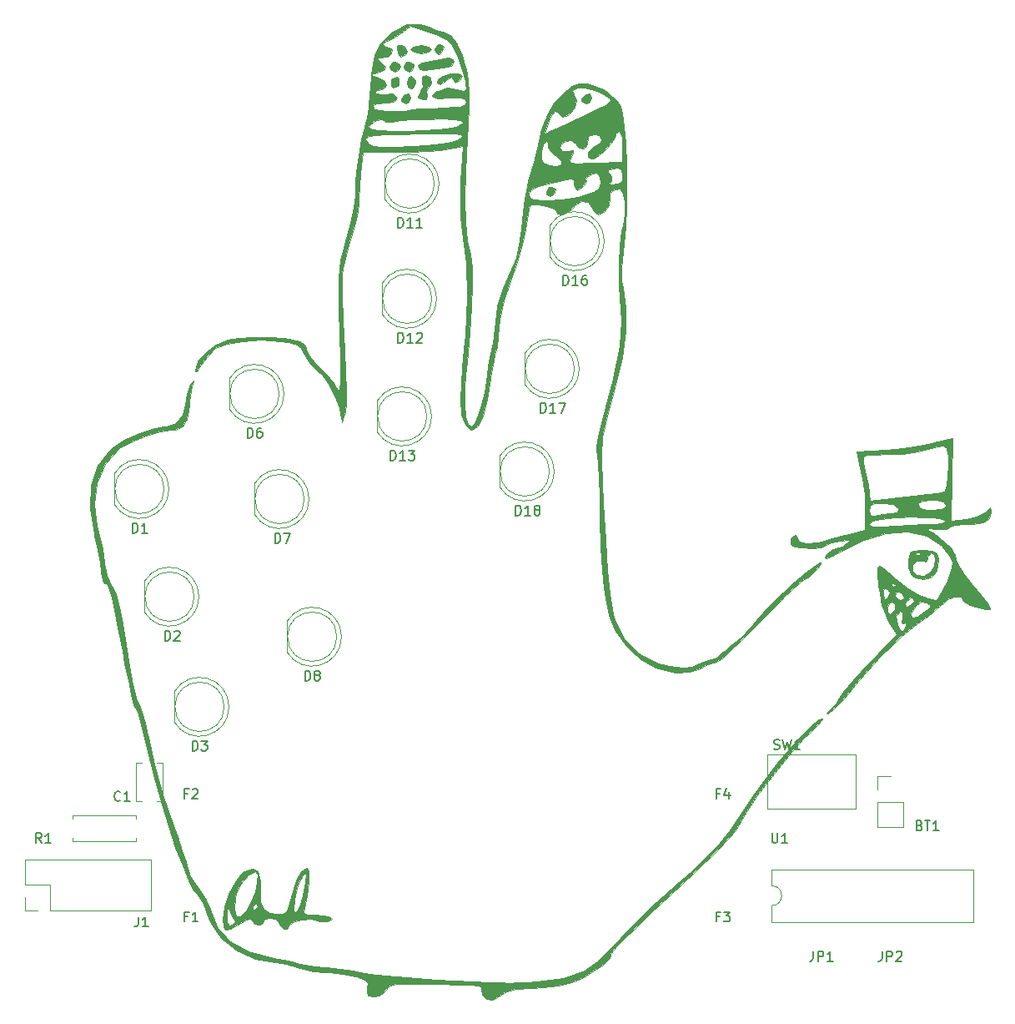
<source format=gbr>
G04 #@! TF.FileFunction,Legend,Top*
%FSLAX46Y46*%
G04 Gerber Fmt 4.6, Leading zero omitted, Abs format (unit mm)*
G04 Created by KiCad (PCBNEW 4.0.6) date 11/09/17 18:30:30*
%MOMM*%
%LPD*%
G01*
G04 APERTURE LIST*
%ADD10C,0.100000*%
%ADD11C,0.120000*%
%ADD12C,0.010000*%
%ADD13C,0.150000*%
G04 APERTURE END LIST*
D10*
D11*
X115766000Y-98552462D02*
G75*
G03X110216000Y-97007170I-2990000J462D01*
G01*
X115766000Y-98551538D02*
G75*
G02X110216000Y-100096830I-2990000J-462D01*
G01*
X115276000Y-98552000D02*
G75*
G03X115276000Y-98552000I-2500000J0D01*
G01*
X110216000Y-97007000D02*
X110216000Y-100097000D01*
X118814000Y-109474462D02*
G75*
G03X113264000Y-107929170I-2990000J462D01*
G01*
X118814000Y-109473538D02*
G75*
G02X113264000Y-111018830I-2990000J-462D01*
G01*
X118324000Y-109474000D02*
G75*
G03X118324000Y-109474000I-2500000J0D01*
G01*
X113264000Y-107929000D02*
X113264000Y-111019000D01*
X121862000Y-120650462D02*
G75*
G03X116312000Y-119105170I-2990000J462D01*
G01*
X121862000Y-120649538D02*
G75*
G02X116312000Y-122194830I-2990000J-462D01*
G01*
X121372000Y-120650000D02*
G75*
G03X121372000Y-120650000I-2500000J0D01*
G01*
X116312000Y-119105000D02*
X116312000Y-122195000D01*
X127450000Y-88900462D02*
G75*
G03X121900000Y-87355170I-2990000J462D01*
G01*
X127450000Y-88899538D02*
G75*
G02X121900000Y-90444830I-2990000J-462D01*
G01*
X126960000Y-88900000D02*
G75*
G03X126960000Y-88900000I-2500000J0D01*
G01*
X121900000Y-87355000D02*
X121900000Y-90445000D01*
X129990000Y-99568462D02*
G75*
G03X124440000Y-98023170I-2990000J462D01*
G01*
X129990000Y-99567538D02*
G75*
G02X124440000Y-101112830I-2990000J-462D01*
G01*
X129500000Y-99568000D02*
G75*
G03X129500000Y-99568000I-2500000J0D01*
G01*
X124440000Y-98023000D02*
X124440000Y-101113000D01*
X133292000Y-113538462D02*
G75*
G03X127742000Y-111993170I-2990000J462D01*
G01*
X133292000Y-113537538D02*
G75*
G02X127742000Y-115082830I-2990000J-462D01*
G01*
X132802000Y-113538000D02*
G75*
G03X132802000Y-113538000I-2500000J0D01*
G01*
X127742000Y-111993000D02*
X127742000Y-115083000D01*
X143198000Y-67564462D02*
G75*
G03X137648000Y-66019170I-2990000J462D01*
G01*
X143198000Y-67563538D02*
G75*
G02X137648000Y-69108830I-2990000J-462D01*
G01*
X142708000Y-67564000D02*
G75*
G03X142708000Y-67564000I-2500000J0D01*
G01*
X137648000Y-66019000D02*
X137648000Y-69109000D01*
X142944000Y-79248462D02*
G75*
G03X137394000Y-77703170I-2990000J462D01*
G01*
X142944000Y-79247538D02*
G75*
G02X137394000Y-80792830I-2990000J-462D01*
G01*
X142454000Y-79248000D02*
G75*
G03X142454000Y-79248000I-2500000J0D01*
G01*
X137394000Y-77703000D02*
X137394000Y-80793000D01*
X142436000Y-91186462D02*
G75*
G03X136886000Y-89641170I-2990000J462D01*
G01*
X142436000Y-91185538D02*
G75*
G02X136886000Y-92730830I-2990000J-462D01*
G01*
X141946000Y-91186000D02*
G75*
G03X141946000Y-91186000I-2500000J0D01*
G01*
X136886000Y-89641000D02*
X136886000Y-92731000D01*
X159962000Y-73406462D02*
G75*
G03X154412000Y-71861170I-2990000J462D01*
G01*
X159962000Y-73405538D02*
G75*
G02X154412000Y-74950830I-2990000J-462D01*
G01*
X159472000Y-73406000D02*
G75*
G03X159472000Y-73406000I-2500000J0D01*
G01*
X154412000Y-71861000D02*
X154412000Y-74951000D01*
X157422000Y-86360462D02*
G75*
G03X151872000Y-84815170I-2990000J462D01*
G01*
X157422000Y-86359538D02*
G75*
G02X151872000Y-87904830I-2990000J-462D01*
G01*
X156932000Y-86360000D02*
G75*
G03X156932000Y-86360000I-2500000J0D01*
G01*
X151872000Y-84815000D02*
X151872000Y-87905000D01*
X154882000Y-96774462D02*
G75*
G03X149332000Y-95229170I-2990000J462D01*
G01*
X154882000Y-96773538D02*
G75*
G02X149332000Y-98318830I-2990000J-462D01*
G01*
X154392000Y-96774000D02*
G75*
G03X154392000Y-96774000I-2500000J0D01*
G01*
X149332000Y-95229000D02*
X149332000Y-98319000D01*
X105980000Y-132020000D02*
X105980000Y-131690000D01*
X105980000Y-131690000D02*
X112400000Y-131690000D01*
X112400000Y-131690000D02*
X112400000Y-132020000D01*
X105980000Y-133980000D02*
X105980000Y-134310000D01*
X105980000Y-134310000D02*
X112400000Y-134310000D01*
X112400000Y-134310000D02*
X112400000Y-133980000D01*
D10*
X185500000Y-131000000D02*
X185500000Y-125500000D01*
X176500000Y-131000000D02*
X185500000Y-131000000D01*
X176500000Y-125500000D02*
X176500000Y-131000000D01*
X185500000Y-125500000D02*
X176500000Y-125500000D01*
D11*
X176970000Y-138810000D02*
G75*
G02X176970000Y-140810000I0J-1000000D01*
G01*
X176970000Y-140810000D02*
X176970000Y-142460000D01*
X176970000Y-142460000D02*
X197410000Y-142460000D01*
X197410000Y-142460000D02*
X197410000Y-137160000D01*
X197410000Y-137160000D02*
X176970000Y-137160000D01*
X176970000Y-137160000D02*
X176970000Y-138810000D01*
X187670000Y-132870000D02*
X190330000Y-132870000D01*
X187670000Y-130270000D02*
X187670000Y-132870000D01*
X190330000Y-130270000D02*
X190330000Y-132870000D01*
X187670000Y-130270000D02*
X190330000Y-130270000D01*
X187670000Y-129000000D02*
X187670000Y-127670000D01*
X187670000Y-127670000D02*
X189000000Y-127670000D01*
X112390000Y-130210000D02*
X112390000Y-126290000D01*
X115110000Y-130210000D02*
X115110000Y-126290000D01*
X112390000Y-130210000D02*
X113000000Y-130210000D01*
X114500000Y-130210000D02*
X115110000Y-130210000D01*
X112390000Y-126290000D02*
X113000000Y-126290000D01*
X114500000Y-126290000D02*
X115110000Y-126290000D01*
X113950000Y-141330000D02*
X113950000Y-136130000D01*
X103730000Y-141330000D02*
X113950000Y-141330000D01*
X101130000Y-136130000D02*
X113950000Y-136130000D01*
X103730000Y-141330000D02*
X103730000Y-138730000D01*
X103730000Y-138730000D02*
X101130000Y-138730000D01*
X101130000Y-138730000D02*
X101130000Y-136130000D01*
X102460000Y-141330000D02*
X101130000Y-141330000D01*
X101130000Y-141330000D02*
X101130000Y-140000000D01*
D12*
G36*
X118247569Y-87694651D02*
X118208416Y-87806389D01*
X118012353Y-88592907D01*
X117836710Y-89708773D01*
X117793416Y-90099444D01*
X117563822Y-91445225D01*
X117139826Y-92216887D01*
X116430651Y-92538215D01*
X115982456Y-92568889D01*
X114850842Y-92733010D01*
X113415887Y-93153501D01*
X111974796Y-93722549D01*
X110824774Y-94332342D01*
X110534335Y-94545202D01*
X109271703Y-96044671D01*
X108474452Y-97943209D01*
X108175504Y-100082398D01*
X108407783Y-102303822D01*
X108708883Y-103328611D01*
X109050383Y-104605101D01*
X109226998Y-105902105D01*
X109232738Y-106076924D01*
X109434475Y-107269528D01*
X109905454Y-108326544D01*
X109935805Y-108369979D01*
X110348488Y-109230518D01*
X110732019Y-110518029D01*
X110980022Y-111795278D01*
X111363402Y-114287168D01*
X111750043Y-116504021D01*
X112119733Y-118347698D01*
X112452257Y-119720062D01*
X112727404Y-120522974D01*
X112803289Y-120647603D01*
X113050317Y-121202018D01*
X113349418Y-122238949D01*
X113639751Y-123544448D01*
X113665768Y-123680516D01*
X114293815Y-126521086D01*
X115155325Y-129540222D01*
X116306439Y-132929946D01*
X116623174Y-133796009D01*
X117113817Y-135179092D01*
X117490184Y-136348455D01*
X117694378Y-137119485D01*
X117714889Y-137277215D01*
X117934429Y-137852163D01*
X118486137Y-138667924D01*
X118755822Y-138993246D01*
X119472340Y-140028890D01*
X119959666Y-141129575D01*
X120023068Y-141385159D01*
X120681762Y-143077269D01*
X121959232Y-144430766D01*
X123855129Y-145445401D01*
X126369103Y-146120925D01*
X126778994Y-146189781D01*
X127891878Y-146395737D01*
X128727821Y-146606621D01*
X128986262Y-146709452D01*
X129511266Y-146848935D01*
X130517892Y-146987380D01*
X131717695Y-147089680D01*
X133124191Y-147217478D01*
X134403431Y-147399979D01*
X135154872Y-147565140D01*
X136102653Y-147754206D01*
X137695660Y-147940857D01*
X139948836Y-148126317D01*
X142877124Y-148311807D01*
X146495467Y-148498552D01*
X146642667Y-148505497D01*
X148318199Y-148583328D01*
X149496980Y-148630134D01*
X150387079Y-148647131D01*
X151196563Y-148635538D01*
X152133502Y-148596571D01*
X153169055Y-148543689D01*
X155840101Y-148194544D01*
X157937050Y-147450564D01*
X159473883Y-146306754D01*
X159495856Y-146283167D01*
X161566093Y-144090068D01*
X163519134Y-142104105D01*
X165250260Y-140428783D01*
X166654753Y-139167610D01*
X166905634Y-138959167D01*
X168618250Y-137485749D01*
X170242187Y-135947848D01*
X171651475Y-134475446D01*
X172720149Y-133198523D01*
X173230011Y-132433310D01*
X174023609Y-131120294D01*
X175065936Y-129603578D01*
X176271572Y-127985608D01*
X177555098Y-126368827D01*
X178831092Y-124855682D01*
X180014136Y-123548617D01*
X181018808Y-122550076D01*
X181759689Y-121962504D01*
X182055009Y-121849444D01*
X182009213Y-122050679D01*
X181528316Y-122569637D01*
X180974276Y-123070000D01*
X180150928Y-123885253D01*
X179075711Y-125104619D01*
X177859165Y-126584775D01*
X176611825Y-128182399D01*
X175444231Y-129754170D01*
X174466920Y-131156765D01*
X173790429Y-132246862D01*
X173597606Y-132634528D01*
X173179008Y-133260290D01*
X172340565Y-134235509D01*
X171191221Y-135442533D01*
X169839918Y-136763708D01*
X169350977Y-137220639D01*
X166855545Y-139531254D01*
X164843355Y-141410153D01*
X163273367Y-142897786D01*
X162104542Y-144034600D01*
X161295841Y-144861045D01*
X160806224Y-145417567D01*
X160594653Y-145744616D01*
X160588756Y-145856726D01*
X160445380Y-146228883D01*
X159831903Y-146795832D01*
X158913840Y-147446097D01*
X157856707Y-148068202D01*
X156826020Y-148550671D01*
X156351776Y-148710370D01*
X155224949Y-148928114D01*
X153752795Y-149097875D01*
X152559099Y-149170088D01*
X150908436Y-149308802D01*
X149856760Y-149615966D01*
X149532710Y-149833901D01*
X148673482Y-150348138D01*
X147946685Y-150314881D01*
X147561210Y-149863442D01*
X147448606Y-149251739D01*
X147492553Y-149065205D01*
X147217114Y-148973195D01*
X146359907Y-148886298D01*
X145044712Y-148812965D01*
X143395308Y-148761644D01*
X142915448Y-148752765D01*
X140998486Y-148729425D01*
X139666762Y-148740799D01*
X138800246Y-148801532D01*
X138278904Y-148926268D01*
X137982706Y-149129653D01*
X137818672Y-149374613D01*
X137163817Y-149945086D01*
X136569367Y-150071667D01*
X135942131Y-149968963D01*
X135840754Y-149525543D01*
X135898758Y-149252314D01*
X135939951Y-148697838D01*
X135603289Y-148342317D01*
X134731963Y-148021774D01*
X134718022Y-148017592D01*
X133447633Y-147751852D01*
X132021048Y-147609689D01*
X131685546Y-147602222D01*
X130352183Y-147481366D01*
X129064557Y-147180531D01*
X128772975Y-147073056D01*
X127669987Y-146716643D01*
X126651378Y-146546327D01*
X126554094Y-146543889D01*
X124512458Y-146237634D01*
X122627008Y-145390548D01*
X121045431Y-144110155D01*
X119915415Y-142503974D01*
X119512807Y-141417604D01*
X119179332Y-140458905D01*
X118790419Y-139832595D01*
X118655585Y-139736083D01*
X118271380Y-139295162D01*
X117749826Y-138275750D01*
X117126668Y-136783352D01*
X116437654Y-134923470D01*
X115718527Y-132801608D01*
X115005034Y-130523268D01*
X114332920Y-128193953D01*
X113737932Y-125919168D01*
X113255814Y-123804415D01*
X113252777Y-123789722D01*
X112947101Y-122456551D01*
X112650171Y-121408563D01*
X112414417Y-120824313D01*
X112365278Y-120767312D01*
X112201907Y-120368938D01*
X111946197Y-119396580D01*
X111625975Y-117971499D01*
X111269067Y-116214959D01*
X111028805Y-114943203D01*
X110588707Y-112576432D01*
X110243888Y-110817957D01*
X109971193Y-109580527D01*
X109747470Y-108776894D01*
X109549565Y-108319808D01*
X109354325Y-108122019D01*
X109210479Y-108091111D01*
X108993743Y-107782413D01*
X108888649Y-107030597D01*
X108887141Y-106944583D01*
X108791699Y-106038610D01*
X108548133Y-104726114D01*
X108207273Y-103277500D01*
X108174235Y-103152222D01*
X107727919Y-100509575D01*
X107859119Y-98161658D01*
X108556970Y-96156938D01*
X109810604Y-94543881D01*
X110173306Y-94235817D01*
X111217905Y-93594797D01*
X112597800Y-92974354D01*
X114028071Y-92483107D01*
X115223795Y-92229674D01*
X115471287Y-92216111D01*
X116488421Y-91905162D01*
X117159721Y-91060571D01*
X117374612Y-89986052D01*
X117560582Y-88870687D01*
X117928145Y-87982778D01*
X118241023Y-87534099D01*
X118247569Y-87694651D01*
X118247569Y-87694651D01*
G37*
X118247569Y-87694651D02*
X118208416Y-87806389D01*
X118012353Y-88592907D01*
X117836710Y-89708773D01*
X117793416Y-90099444D01*
X117563822Y-91445225D01*
X117139826Y-92216887D01*
X116430651Y-92538215D01*
X115982456Y-92568889D01*
X114850842Y-92733010D01*
X113415887Y-93153501D01*
X111974796Y-93722549D01*
X110824774Y-94332342D01*
X110534335Y-94545202D01*
X109271703Y-96044671D01*
X108474452Y-97943209D01*
X108175504Y-100082398D01*
X108407783Y-102303822D01*
X108708883Y-103328611D01*
X109050383Y-104605101D01*
X109226998Y-105902105D01*
X109232738Y-106076924D01*
X109434475Y-107269528D01*
X109905454Y-108326544D01*
X109935805Y-108369979D01*
X110348488Y-109230518D01*
X110732019Y-110518029D01*
X110980022Y-111795278D01*
X111363402Y-114287168D01*
X111750043Y-116504021D01*
X112119733Y-118347698D01*
X112452257Y-119720062D01*
X112727404Y-120522974D01*
X112803289Y-120647603D01*
X113050317Y-121202018D01*
X113349418Y-122238949D01*
X113639751Y-123544448D01*
X113665768Y-123680516D01*
X114293815Y-126521086D01*
X115155325Y-129540222D01*
X116306439Y-132929946D01*
X116623174Y-133796009D01*
X117113817Y-135179092D01*
X117490184Y-136348455D01*
X117694378Y-137119485D01*
X117714889Y-137277215D01*
X117934429Y-137852163D01*
X118486137Y-138667924D01*
X118755822Y-138993246D01*
X119472340Y-140028890D01*
X119959666Y-141129575D01*
X120023068Y-141385159D01*
X120681762Y-143077269D01*
X121959232Y-144430766D01*
X123855129Y-145445401D01*
X126369103Y-146120925D01*
X126778994Y-146189781D01*
X127891878Y-146395737D01*
X128727821Y-146606621D01*
X128986262Y-146709452D01*
X129511266Y-146848935D01*
X130517892Y-146987380D01*
X131717695Y-147089680D01*
X133124191Y-147217478D01*
X134403431Y-147399979D01*
X135154872Y-147565140D01*
X136102653Y-147754206D01*
X137695660Y-147940857D01*
X139948836Y-148126317D01*
X142877124Y-148311807D01*
X146495467Y-148498552D01*
X146642667Y-148505497D01*
X148318199Y-148583328D01*
X149496980Y-148630134D01*
X150387079Y-148647131D01*
X151196563Y-148635538D01*
X152133502Y-148596571D01*
X153169055Y-148543689D01*
X155840101Y-148194544D01*
X157937050Y-147450564D01*
X159473883Y-146306754D01*
X159495856Y-146283167D01*
X161566093Y-144090068D01*
X163519134Y-142104105D01*
X165250260Y-140428783D01*
X166654753Y-139167610D01*
X166905634Y-138959167D01*
X168618250Y-137485749D01*
X170242187Y-135947848D01*
X171651475Y-134475446D01*
X172720149Y-133198523D01*
X173230011Y-132433310D01*
X174023609Y-131120294D01*
X175065936Y-129603578D01*
X176271572Y-127985608D01*
X177555098Y-126368827D01*
X178831092Y-124855682D01*
X180014136Y-123548617D01*
X181018808Y-122550076D01*
X181759689Y-121962504D01*
X182055009Y-121849444D01*
X182009213Y-122050679D01*
X181528316Y-122569637D01*
X180974276Y-123070000D01*
X180150928Y-123885253D01*
X179075711Y-125104619D01*
X177859165Y-126584775D01*
X176611825Y-128182399D01*
X175444231Y-129754170D01*
X174466920Y-131156765D01*
X173790429Y-132246862D01*
X173597606Y-132634528D01*
X173179008Y-133260290D01*
X172340565Y-134235509D01*
X171191221Y-135442533D01*
X169839918Y-136763708D01*
X169350977Y-137220639D01*
X166855545Y-139531254D01*
X164843355Y-141410153D01*
X163273367Y-142897786D01*
X162104542Y-144034600D01*
X161295841Y-144861045D01*
X160806224Y-145417567D01*
X160594653Y-145744616D01*
X160588756Y-145856726D01*
X160445380Y-146228883D01*
X159831903Y-146795832D01*
X158913840Y-147446097D01*
X157856707Y-148068202D01*
X156826020Y-148550671D01*
X156351776Y-148710370D01*
X155224949Y-148928114D01*
X153752795Y-149097875D01*
X152559099Y-149170088D01*
X150908436Y-149308802D01*
X149856760Y-149615966D01*
X149532710Y-149833901D01*
X148673482Y-150348138D01*
X147946685Y-150314881D01*
X147561210Y-149863442D01*
X147448606Y-149251739D01*
X147492553Y-149065205D01*
X147217114Y-148973195D01*
X146359907Y-148886298D01*
X145044712Y-148812965D01*
X143395308Y-148761644D01*
X142915448Y-148752765D01*
X140998486Y-148729425D01*
X139666762Y-148740799D01*
X138800246Y-148801532D01*
X138278904Y-148926268D01*
X137982706Y-149129653D01*
X137818672Y-149374613D01*
X137163817Y-149945086D01*
X136569367Y-150071667D01*
X135942131Y-149968963D01*
X135840754Y-149525543D01*
X135898758Y-149252314D01*
X135939951Y-148697838D01*
X135603289Y-148342317D01*
X134731963Y-148021774D01*
X134718022Y-148017592D01*
X133447633Y-147751852D01*
X132021048Y-147609689D01*
X131685546Y-147602222D01*
X130352183Y-147481366D01*
X129064557Y-147180531D01*
X128772975Y-147073056D01*
X127669987Y-146716643D01*
X126651378Y-146546327D01*
X126554094Y-146543889D01*
X124512458Y-146237634D01*
X122627008Y-145390548D01*
X121045431Y-144110155D01*
X119915415Y-142503974D01*
X119512807Y-141417604D01*
X119179332Y-140458905D01*
X118790419Y-139832595D01*
X118655585Y-139736083D01*
X118271380Y-139295162D01*
X117749826Y-138275750D01*
X117126668Y-136783352D01*
X116437654Y-134923470D01*
X115718527Y-132801608D01*
X115005034Y-130523268D01*
X114332920Y-128193953D01*
X113737932Y-125919168D01*
X113255814Y-123804415D01*
X113252777Y-123789722D01*
X112947101Y-122456551D01*
X112650171Y-121408563D01*
X112414417Y-120824313D01*
X112365278Y-120767312D01*
X112201907Y-120368938D01*
X111946197Y-119396580D01*
X111625975Y-117971499D01*
X111269067Y-116214959D01*
X111028805Y-114943203D01*
X110588707Y-112576432D01*
X110243888Y-110817957D01*
X109971193Y-109580527D01*
X109747470Y-108776894D01*
X109549565Y-108319808D01*
X109354325Y-108122019D01*
X109210479Y-108091111D01*
X108993743Y-107782413D01*
X108888649Y-107030597D01*
X108887141Y-106944583D01*
X108791699Y-106038610D01*
X108548133Y-104726114D01*
X108207273Y-103277500D01*
X108174235Y-103152222D01*
X107727919Y-100509575D01*
X107859119Y-98161658D01*
X108556970Y-96156938D01*
X109810604Y-94543881D01*
X110173306Y-94235817D01*
X111217905Y-93594797D01*
X112597800Y-92974354D01*
X114028071Y-92483107D01*
X115223795Y-92229674D01*
X115471287Y-92216111D01*
X116488421Y-91905162D01*
X117159721Y-91060571D01*
X117374612Y-89986052D01*
X117560582Y-88870687D01*
X117928145Y-87982778D01*
X118241023Y-87534099D01*
X118247569Y-87694651D01*
G36*
X129962543Y-137333077D02*
X129975959Y-138158517D01*
X129853094Y-139319523D01*
X129606310Y-140640408D01*
X129520260Y-141000775D01*
X129458972Y-141536910D01*
X129761204Y-141749643D01*
X130560424Y-141766909D01*
X131534052Y-141806323D01*
X132162256Y-141960776D01*
X132326333Y-142174420D01*
X131907580Y-142391405D01*
X131894874Y-142394762D01*
X131139083Y-142438858D01*
X130811432Y-142337604D01*
X130159242Y-142180342D01*
X129286234Y-142230073D01*
X128469232Y-142435639D01*
X127985060Y-142745881D01*
X127945444Y-142867246D01*
X127700539Y-143186223D01*
X127416278Y-143143685D01*
X126947801Y-142720327D01*
X126887111Y-142486520D01*
X126586998Y-142152764D01*
X126039019Y-142083291D01*
X125448276Y-142200045D01*
X125331437Y-142361784D01*
X125191894Y-142663457D01*
X124974003Y-142780481D01*
X124441490Y-142678851D01*
X124270498Y-142435881D01*
X124051703Y-142140873D01*
X123629405Y-142210836D01*
X122876746Y-142634545D01*
X121945002Y-143175487D01*
X121457686Y-143286218D01*
X121271418Y-142926766D01*
X121242667Y-142179011D01*
X121313791Y-141682123D01*
X121636367Y-141682123D01*
X121667794Y-142536690D01*
X121876426Y-142831149D01*
X122133615Y-142787452D01*
X122464538Y-142443271D01*
X122347966Y-142181163D01*
X121992260Y-141511133D01*
X121902836Y-141236116D01*
X122400764Y-141236116D01*
X122612961Y-141871463D01*
X123064439Y-141873905D01*
X123678315Y-141215476D01*
X123861442Y-140899444D01*
X124241278Y-140899444D01*
X124269248Y-141224523D01*
X124396847Y-141252222D01*
X124756088Y-140996137D01*
X124770444Y-140899444D01*
X124650082Y-140555839D01*
X124614875Y-140546667D01*
X124313685Y-140793871D01*
X124241278Y-140899444D01*
X123861442Y-140899444D01*
X124057719Y-140560721D01*
X124496717Y-139484922D01*
X124735239Y-138466404D01*
X124747486Y-137698084D01*
X124507661Y-137372876D01*
X124484187Y-137371667D01*
X123855113Y-137672658D01*
X123196040Y-138425977D01*
X122676302Y-139407136D01*
X122504730Y-139995830D01*
X122400764Y-141236116D01*
X121902836Y-141236116D01*
X121850718Y-141075833D01*
X121733458Y-140899768D01*
X121652409Y-141359121D01*
X121636367Y-141682123D01*
X121313791Y-141682123D01*
X121413917Y-140982623D01*
X121855733Y-139653175D01*
X122460217Y-138432084D01*
X123119469Y-137560764D01*
X123401334Y-137349188D01*
X124270678Y-137064110D01*
X124806842Y-137350871D01*
X125040721Y-138242688D01*
X125047265Y-139118772D01*
X125066335Y-140398166D01*
X125332141Y-141146980D01*
X125948964Y-141525661D01*
X126700796Y-141662851D01*
X127315340Y-141686192D01*
X127682819Y-141472372D01*
X127815502Y-141154316D01*
X128392065Y-141154316D01*
X128512141Y-141586431D01*
X128771615Y-141427709D01*
X129094056Y-140703820D01*
X129327323Y-139823747D01*
X129599846Y-138452105D01*
X129685126Y-137702248D01*
X129579970Y-137514835D01*
X129281183Y-137830522D01*
X129224386Y-137910532D01*
X128857020Y-138700760D01*
X128545990Y-139800972D01*
X128487822Y-140105694D01*
X128392065Y-141154316D01*
X127815502Y-141154316D01*
X127937785Y-140861193D01*
X128164082Y-139920659D01*
X128643811Y-138299268D01*
X129209332Y-137322314D01*
X129800480Y-137018889D01*
X129962543Y-137333077D01*
X129962543Y-137333077D01*
G37*
X129962543Y-137333077D02*
X129975959Y-138158517D01*
X129853094Y-139319523D01*
X129606310Y-140640408D01*
X129520260Y-141000775D01*
X129458972Y-141536910D01*
X129761204Y-141749643D01*
X130560424Y-141766909D01*
X131534052Y-141806323D01*
X132162256Y-141960776D01*
X132326333Y-142174420D01*
X131907580Y-142391405D01*
X131894874Y-142394762D01*
X131139083Y-142438858D01*
X130811432Y-142337604D01*
X130159242Y-142180342D01*
X129286234Y-142230073D01*
X128469232Y-142435639D01*
X127985060Y-142745881D01*
X127945444Y-142867246D01*
X127700539Y-143186223D01*
X127416278Y-143143685D01*
X126947801Y-142720327D01*
X126887111Y-142486520D01*
X126586998Y-142152764D01*
X126039019Y-142083291D01*
X125448276Y-142200045D01*
X125331437Y-142361784D01*
X125191894Y-142663457D01*
X124974003Y-142780481D01*
X124441490Y-142678851D01*
X124270498Y-142435881D01*
X124051703Y-142140873D01*
X123629405Y-142210836D01*
X122876746Y-142634545D01*
X121945002Y-143175487D01*
X121457686Y-143286218D01*
X121271418Y-142926766D01*
X121242667Y-142179011D01*
X121313791Y-141682123D01*
X121636367Y-141682123D01*
X121667794Y-142536690D01*
X121876426Y-142831149D01*
X122133615Y-142787452D01*
X122464538Y-142443271D01*
X122347966Y-142181163D01*
X121992260Y-141511133D01*
X121902836Y-141236116D01*
X122400764Y-141236116D01*
X122612961Y-141871463D01*
X123064439Y-141873905D01*
X123678315Y-141215476D01*
X123861442Y-140899444D01*
X124241278Y-140899444D01*
X124269248Y-141224523D01*
X124396847Y-141252222D01*
X124756088Y-140996137D01*
X124770444Y-140899444D01*
X124650082Y-140555839D01*
X124614875Y-140546667D01*
X124313685Y-140793871D01*
X124241278Y-140899444D01*
X123861442Y-140899444D01*
X124057719Y-140560721D01*
X124496717Y-139484922D01*
X124735239Y-138466404D01*
X124747486Y-137698084D01*
X124507661Y-137372876D01*
X124484187Y-137371667D01*
X123855113Y-137672658D01*
X123196040Y-138425977D01*
X122676302Y-139407136D01*
X122504730Y-139995830D01*
X122400764Y-141236116D01*
X121902836Y-141236116D01*
X121850718Y-141075833D01*
X121733458Y-140899768D01*
X121652409Y-141359121D01*
X121636367Y-141682123D01*
X121313791Y-141682123D01*
X121413917Y-140982623D01*
X121855733Y-139653175D01*
X122460217Y-138432084D01*
X123119469Y-137560764D01*
X123401334Y-137349188D01*
X124270678Y-137064110D01*
X124806842Y-137350871D01*
X125040721Y-138242688D01*
X125047265Y-139118772D01*
X125066335Y-140398166D01*
X125332141Y-141146980D01*
X125948964Y-141525661D01*
X126700796Y-141662851D01*
X127315340Y-141686192D01*
X127682819Y-141472372D01*
X127815502Y-141154316D01*
X128392065Y-141154316D01*
X128512141Y-141586431D01*
X128771615Y-141427709D01*
X129094056Y-140703820D01*
X129327323Y-139823747D01*
X129599846Y-138452105D01*
X129685126Y-137702248D01*
X129579970Y-137514835D01*
X129281183Y-137830522D01*
X129224386Y-137910532D01*
X128857020Y-138700760D01*
X128545990Y-139800972D01*
X128487822Y-140105694D01*
X128392065Y-141154316D01*
X127815502Y-141154316D01*
X127937785Y-140861193D01*
X128164082Y-139920659D01*
X128643811Y-138299268D01*
X129209332Y-137322314D01*
X129800480Y-137018889D01*
X129962543Y-137333077D01*
G36*
X195182736Y-97578154D02*
X195098448Y-101802444D01*
X196711530Y-101571399D01*
X197783451Y-101312250D01*
X198585813Y-100931388D01*
X198765583Y-100767751D01*
X199104497Y-100409295D01*
X199202741Y-100684469D01*
X199206556Y-100930386D01*
X199036095Y-101549311D01*
X198450862Y-101914944D01*
X197340081Y-102075471D01*
X196531869Y-102093889D01*
X195595117Y-102160702D01*
X195039303Y-102329422D01*
X194973222Y-102424487D01*
X194665442Y-102599261D01*
X193901080Y-102621514D01*
X193650306Y-102597674D01*
X192934903Y-102548587D01*
X192734951Y-102615050D01*
X192812458Y-102663951D01*
X193455723Y-103072936D01*
X193933700Y-103460903D01*
X194689731Y-104123125D01*
X195124325Y-104489048D01*
X195589714Y-105206168D01*
X195678778Y-105675867D01*
X195900635Y-106282012D01*
X196487446Y-107218237D01*
X197321071Y-108300395D01*
X197488662Y-108496982D01*
X198319431Y-109494966D01*
X198906820Y-110276516D01*
X199149584Y-110704474D01*
X199144520Y-110740184D01*
X198715995Y-110773768D01*
X197947002Y-110606514D01*
X197120587Y-110328240D01*
X196519793Y-110028766D01*
X196384333Y-109864285D01*
X196125132Y-109491115D01*
X195513097Y-109463332D01*
X194796585Y-109757026D01*
X194444056Y-110051089D01*
X193737841Y-110691672D01*
X192727605Y-111477635D01*
X192151000Y-111885367D01*
X190139871Y-113462591D01*
X187955211Y-115556703D01*
X185721986Y-118045291D01*
X185138661Y-118754398D01*
X184204875Y-119853617D01*
X183374364Y-120730557D01*
X182787032Y-121240750D01*
X182669216Y-121304436D01*
X182511608Y-121262850D01*
X182859334Y-120901293D01*
X182978778Y-120803597D01*
X183507576Y-120327010D01*
X183626383Y-120096956D01*
X183607102Y-120093400D01*
X183671267Y-119854824D01*
X184217946Y-119145411D01*
X185252942Y-117958382D01*
X186782061Y-116286960D01*
X187795509Y-115201656D01*
X189613629Y-113265006D01*
X188805204Y-112000975D01*
X188528996Y-111354305D01*
X189582235Y-111354305D01*
X189594573Y-111901897D01*
X189810686Y-112569257D01*
X190102337Y-113000120D01*
X190185391Y-113030000D01*
X190400992Y-112753650D01*
X190521716Y-112482511D01*
X190547610Y-112117766D01*
X190345276Y-112173911D01*
X190108917Y-112138874D01*
X190196701Y-111663067D01*
X190210042Y-111204049D01*
X191112950Y-111204049D01*
X191191163Y-111572576D01*
X191745132Y-111469380D01*
X192468270Y-111039609D01*
X193014409Y-110604518D01*
X193007081Y-110332203D01*
X192666307Y-110108321D01*
X192048290Y-109977434D01*
X191564986Y-110402250D01*
X191112950Y-111204049D01*
X190210042Y-111204049D01*
X190213877Y-111072106D01*
X189936835Y-110911665D01*
X189602576Y-111300832D01*
X189582235Y-111354305D01*
X188528996Y-111354305D01*
X188159920Y-110490213D01*
X188660632Y-110490213D01*
X188670316Y-111019175D01*
X188938257Y-111266111D01*
X189328755Y-110986940D01*
X189443117Y-110771434D01*
X189478623Y-110185729D01*
X190453257Y-110185729D01*
X190549558Y-110513733D01*
X190761937Y-110494410D01*
X191296572Y-110047762D01*
X191379299Y-109877049D01*
X191282998Y-109549045D01*
X191070618Y-109568368D01*
X190535983Y-110015016D01*
X190453257Y-110185729D01*
X189478623Y-110185729D01*
X189478801Y-110182793D01*
X189145242Y-109978227D01*
X188926794Y-110061800D01*
X188660632Y-110490213D01*
X188159920Y-110490213D01*
X188141880Y-110447978D01*
X187925376Y-109149444D01*
X188270444Y-109149444D01*
X188341586Y-109710170D01*
X188607593Y-109653813D01*
X188693778Y-109572778D01*
X188787005Y-109387604D01*
X189478313Y-109387604D01*
X189760643Y-109770786D01*
X190055153Y-109855000D01*
X190380740Y-109618306D01*
X190387111Y-109561018D01*
X190156982Y-109049768D01*
X189679275Y-108978773D01*
X189626596Y-109007023D01*
X189478313Y-109387604D01*
X188787005Y-109387604D01*
X188935466Y-109092721D01*
X188693778Y-108726111D01*
X188377844Y-108552461D01*
X188273019Y-108979650D01*
X188270444Y-109149444D01*
X187925376Y-109149444D01*
X187795475Y-108370335D01*
X187781920Y-108208704D01*
X189093593Y-108208704D01*
X189142018Y-108418430D01*
X189328778Y-108443889D01*
X189619154Y-108314813D01*
X189563963Y-108208704D01*
X189145298Y-108166483D01*
X189093593Y-108208704D01*
X187781920Y-108208704D01*
X187694026Y-107160686D01*
X187709821Y-106502324D01*
X187942103Y-106372339D01*
X188490118Y-106747818D01*
X189453109Y-107605851D01*
X189789162Y-107910081D01*
X190671786Y-108562439D01*
X191775212Y-109193676D01*
X192836780Y-109669340D01*
X193588686Y-109855000D01*
X193891658Y-109557181D01*
X194316309Y-108811978D01*
X194762452Y-107841768D01*
X195129900Y-106868932D01*
X195318465Y-106115849D01*
X195326000Y-105998803D01*
X195084913Y-105407317D01*
X194478849Y-104620816D01*
X194179472Y-104315020D01*
X192641086Y-103322449D01*
X190752238Y-102910616D01*
X188560481Y-103077683D01*
X186113372Y-103821816D01*
X184249152Y-104698297D01*
X183102327Y-105295491D01*
X182490386Y-105560803D01*
X182335972Y-105513021D01*
X182561728Y-105170930D01*
X182626000Y-105092500D01*
X183191136Y-104646018D01*
X183483714Y-104563333D01*
X184088291Y-104369825D01*
X184534800Y-104100808D01*
X184864886Y-103809435D01*
X184680764Y-103719802D01*
X183893401Y-103787008D01*
X183001465Y-103964477D01*
X182461154Y-104207826D01*
X182425521Y-104249533D01*
X181954464Y-104463834D01*
X181077360Y-104553039D01*
X180081489Y-104522833D01*
X179254133Y-104378904D01*
X178902836Y-104179817D01*
X178903087Y-103630807D01*
X179058405Y-103403706D01*
X179391430Y-103195942D01*
X179451000Y-103410672D01*
X179755002Y-103862155D01*
X180529318Y-104075045D01*
X181567411Y-104009953D01*
X182007257Y-103898191D01*
X183087927Y-103583911D01*
X184391285Y-103235516D01*
X184785497Y-103136155D01*
X186415828Y-102733152D01*
X186426703Y-102186799D01*
X186859333Y-102186799D01*
X187200450Y-102366263D01*
X188205652Y-102403288D01*
X189558393Y-102322043D01*
X191050144Y-102209122D01*
X192425248Y-102127537D01*
X193399346Y-102094007D01*
X193438948Y-102093889D01*
X194233667Y-102001586D01*
X194614708Y-101775883D01*
X194620444Y-101741111D01*
X194287936Y-101570886D01*
X193369524Y-101451218D01*
X191983882Y-101395485D01*
X191533639Y-101393150D01*
X189463097Y-101436182D01*
X188034665Y-101564478D01*
X187188911Y-101788129D01*
X186866405Y-102117226D01*
X186859333Y-102186799D01*
X186426703Y-102186799D01*
X186455546Y-100737826D01*
X186454799Y-100720521D01*
X186859333Y-100720521D01*
X187006556Y-101258060D01*
X187417353Y-101249688D01*
X188180010Y-101089398D01*
X188993781Y-101035556D01*
X189705544Y-100940616D01*
X189841556Y-100608213D01*
X189809129Y-100506389D01*
X189348543Y-100153611D01*
X191798222Y-100153611D01*
X192031235Y-100521557D01*
X192803650Y-100673174D01*
X193209333Y-100682778D01*
X194190522Y-100595398D01*
X194594834Y-100305742D01*
X194620444Y-100153611D01*
X194387432Y-99785665D01*
X193615017Y-99634048D01*
X193209333Y-99624444D01*
X192228145Y-99711824D01*
X191823832Y-100001480D01*
X191798222Y-100153611D01*
X189348543Y-100153611D01*
X189285613Y-100105411D01*
X188232701Y-99977222D01*
X187329375Y-100036743D01*
X186935720Y-100284147D01*
X186859333Y-100720521D01*
X186454799Y-100720521D01*
X186387593Y-99164797D01*
X186169979Y-97464433D01*
X186029328Y-96762515D01*
X185748067Y-95567299D01*
X186218433Y-95567299D01*
X186275054Y-95832083D01*
X186455806Y-96684083D01*
X186662609Y-97829275D01*
X186717519Y-98164886D01*
X186962221Y-99703938D01*
X189115638Y-99450538D01*
X190592917Y-99288420D01*
X192058398Y-99146033D01*
X192801003Y-99084167D01*
X193782885Y-98972044D01*
X194431576Y-98824422D01*
X194535902Y-98768246D01*
X194712071Y-98258569D01*
X194830086Y-97310208D01*
X194879994Y-96188386D01*
X194851841Y-95158325D01*
X194735672Y-94485248D01*
X194699315Y-94414304D01*
X194363873Y-94177094D01*
X193746108Y-94229844D01*
X192875455Y-94502498D01*
X191724196Y-94777293D01*
X190201276Y-94970123D01*
X188717014Y-95038333D01*
X187376725Y-95049119D01*
X186604903Y-95111175D01*
X186264492Y-95269052D01*
X186218433Y-95567299D01*
X185748067Y-95567299D01*
X185563392Y-94782531D01*
X188592613Y-94568220D01*
X190270355Y-94403754D01*
X191937102Y-94164831D01*
X193273058Y-93898536D01*
X193444429Y-93853887D01*
X195267025Y-93353863D01*
X195182736Y-97578154D01*
X195182736Y-97578154D01*
G37*
X195182736Y-97578154D02*
X195098448Y-101802444D01*
X196711530Y-101571399D01*
X197783451Y-101312250D01*
X198585813Y-100931388D01*
X198765583Y-100767751D01*
X199104497Y-100409295D01*
X199202741Y-100684469D01*
X199206556Y-100930386D01*
X199036095Y-101549311D01*
X198450862Y-101914944D01*
X197340081Y-102075471D01*
X196531869Y-102093889D01*
X195595117Y-102160702D01*
X195039303Y-102329422D01*
X194973222Y-102424487D01*
X194665442Y-102599261D01*
X193901080Y-102621514D01*
X193650306Y-102597674D01*
X192934903Y-102548587D01*
X192734951Y-102615050D01*
X192812458Y-102663951D01*
X193455723Y-103072936D01*
X193933700Y-103460903D01*
X194689731Y-104123125D01*
X195124325Y-104489048D01*
X195589714Y-105206168D01*
X195678778Y-105675867D01*
X195900635Y-106282012D01*
X196487446Y-107218237D01*
X197321071Y-108300395D01*
X197488662Y-108496982D01*
X198319431Y-109494966D01*
X198906820Y-110276516D01*
X199149584Y-110704474D01*
X199144520Y-110740184D01*
X198715995Y-110773768D01*
X197947002Y-110606514D01*
X197120587Y-110328240D01*
X196519793Y-110028766D01*
X196384333Y-109864285D01*
X196125132Y-109491115D01*
X195513097Y-109463332D01*
X194796585Y-109757026D01*
X194444056Y-110051089D01*
X193737841Y-110691672D01*
X192727605Y-111477635D01*
X192151000Y-111885367D01*
X190139871Y-113462591D01*
X187955211Y-115556703D01*
X185721986Y-118045291D01*
X185138661Y-118754398D01*
X184204875Y-119853617D01*
X183374364Y-120730557D01*
X182787032Y-121240750D01*
X182669216Y-121304436D01*
X182511608Y-121262850D01*
X182859334Y-120901293D01*
X182978778Y-120803597D01*
X183507576Y-120327010D01*
X183626383Y-120096956D01*
X183607102Y-120093400D01*
X183671267Y-119854824D01*
X184217946Y-119145411D01*
X185252942Y-117958382D01*
X186782061Y-116286960D01*
X187795509Y-115201656D01*
X189613629Y-113265006D01*
X188805204Y-112000975D01*
X188528996Y-111354305D01*
X189582235Y-111354305D01*
X189594573Y-111901897D01*
X189810686Y-112569257D01*
X190102337Y-113000120D01*
X190185391Y-113030000D01*
X190400992Y-112753650D01*
X190521716Y-112482511D01*
X190547610Y-112117766D01*
X190345276Y-112173911D01*
X190108917Y-112138874D01*
X190196701Y-111663067D01*
X190210042Y-111204049D01*
X191112950Y-111204049D01*
X191191163Y-111572576D01*
X191745132Y-111469380D01*
X192468270Y-111039609D01*
X193014409Y-110604518D01*
X193007081Y-110332203D01*
X192666307Y-110108321D01*
X192048290Y-109977434D01*
X191564986Y-110402250D01*
X191112950Y-111204049D01*
X190210042Y-111204049D01*
X190213877Y-111072106D01*
X189936835Y-110911665D01*
X189602576Y-111300832D01*
X189582235Y-111354305D01*
X188528996Y-111354305D01*
X188159920Y-110490213D01*
X188660632Y-110490213D01*
X188670316Y-111019175D01*
X188938257Y-111266111D01*
X189328755Y-110986940D01*
X189443117Y-110771434D01*
X189478623Y-110185729D01*
X190453257Y-110185729D01*
X190549558Y-110513733D01*
X190761937Y-110494410D01*
X191296572Y-110047762D01*
X191379299Y-109877049D01*
X191282998Y-109549045D01*
X191070618Y-109568368D01*
X190535983Y-110015016D01*
X190453257Y-110185729D01*
X189478623Y-110185729D01*
X189478801Y-110182793D01*
X189145242Y-109978227D01*
X188926794Y-110061800D01*
X188660632Y-110490213D01*
X188159920Y-110490213D01*
X188141880Y-110447978D01*
X187925376Y-109149444D01*
X188270444Y-109149444D01*
X188341586Y-109710170D01*
X188607593Y-109653813D01*
X188693778Y-109572778D01*
X188787005Y-109387604D01*
X189478313Y-109387604D01*
X189760643Y-109770786D01*
X190055153Y-109855000D01*
X190380740Y-109618306D01*
X190387111Y-109561018D01*
X190156982Y-109049768D01*
X189679275Y-108978773D01*
X189626596Y-109007023D01*
X189478313Y-109387604D01*
X188787005Y-109387604D01*
X188935466Y-109092721D01*
X188693778Y-108726111D01*
X188377844Y-108552461D01*
X188273019Y-108979650D01*
X188270444Y-109149444D01*
X187925376Y-109149444D01*
X187795475Y-108370335D01*
X187781920Y-108208704D01*
X189093593Y-108208704D01*
X189142018Y-108418430D01*
X189328778Y-108443889D01*
X189619154Y-108314813D01*
X189563963Y-108208704D01*
X189145298Y-108166483D01*
X189093593Y-108208704D01*
X187781920Y-108208704D01*
X187694026Y-107160686D01*
X187709821Y-106502324D01*
X187942103Y-106372339D01*
X188490118Y-106747818D01*
X189453109Y-107605851D01*
X189789162Y-107910081D01*
X190671786Y-108562439D01*
X191775212Y-109193676D01*
X192836780Y-109669340D01*
X193588686Y-109855000D01*
X193891658Y-109557181D01*
X194316309Y-108811978D01*
X194762452Y-107841768D01*
X195129900Y-106868932D01*
X195318465Y-106115849D01*
X195326000Y-105998803D01*
X195084913Y-105407317D01*
X194478849Y-104620816D01*
X194179472Y-104315020D01*
X192641086Y-103322449D01*
X190752238Y-102910616D01*
X188560481Y-103077683D01*
X186113372Y-103821816D01*
X184249152Y-104698297D01*
X183102327Y-105295491D01*
X182490386Y-105560803D01*
X182335972Y-105513021D01*
X182561728Y-105170930D01*
X182626000Y-105092500D01*
X183191136Y-104646018D01*
X183483714Y-104563333D01*
X184088291Y-104369825D01*
X184534800Y-104100808D01*
X184864886Y-103809435D01*
X184680764Y-103719802D01*
X183893401Y-103787008D01*
X183001465Y-103964477D01*
X182461154Y-104207826D01*
X182425521Y-104249533D01*
X181954464Y-104463834D01*
X181077360Y-104553039D01*
X180081489Y-104522833D01*
X179254133Y-104378904D01*
X178902836Y-104179817D01*
X178903087Y-103630807D01*
X179058405Y-103403706D01*
X179391430Y-103195942D01*
X179451000Y-103410672D01*
X179755002Y-103862155D01*
X180529318Y-104075045D01*
X181567411Y-104009953D01*
X182007257Y-103898191D01*
X183087927Y-103583911D01*
X184391285Y-103235516D01*
X184785497Y-103136155D01*
X186415828Y-102733152D01*
X186426703Y-102186799D01*
X186859333Y-102186799D01*
X187200450Y-102366263D01*
X188205652Y-102403288D01*
X189558393Y-102322043D01*
X191050144Y-102209122D01*
X192425248Y-102127537D01*
X193399346Y-102094007D01*
X193438948Y-102093889D01*
X194233667Y-102001586D01*
X194614708Y-101775883D01*
X194620444Y-101741111D01*
X194287936Y-101570886D01*
X193369524Y-101451218D01*
X191983882Y-101395485D01*
X191533639Y-101393150D01*
X189463097Y-101436182D01*
X188034665Y-101564478D01*
X187188911Y-101788129D01*
X186866405Y-102117226D01*
X186859333Y-102186799D01*
X186426703Y-102186799D01*
X186455546Y-100737826D01*
X186454799Y-100720521D01*
X186859333Y-100720521D01*
X187006556Y-101258060D01*
X187417353Y-101249688D01*
X188180010Y-101089398D01*
X188993781Y-101035556D01*
X189705544Y-100940616D01*
X189841556Y-100608213D01*
X189809129Y-100506389D01*
X189348543Y-100153611D01*
X191798222Y-100153611D01*
X192031235Y-100521557D01*
X192803650Y-100673174D01*
X193209333Y-100682778D01*
X194190522Y-100595398D01*
X194594834Y-100305742D01*
X194620444Y-100153611D01*
X194387432Y-99785665D01*
X193615017Y-99634048D01*
X193209333Y-99624444D01*
X192228145Y-99711824D01*
X191823832Y-100001480D01*
X191798222Y-100153611D01*
X189348543Y-100153611D01*
X189285613Y-100105411D01*
X188232701Y-99977222D01*
X187329375Y-100036743D01*
X186935720Y-100284147D01*
X186859333Y-100720521D01*
X186454799Y-100720521D01*
X186387593Y-99164797D01*
X186169979Y-97464433D01*
X186029328Y-96762515D01*
X185748067Y-95567299D01*
X186218433Y-95567299D01*
X186275054Y-95832083D01*
X186455806Y-96684083D01*
X186662609Y-97829275D01*
X186717519Y-98164886D01*
X186962221Y-99703938D01*
X189115638Y-99450538D01*
X190592917Y-99288420D01*
X192058398Y-99146033D01*
X192801003Y-99084167D01*
X193782885Y-98972044D01*
X194431576Y-98824422D01*
X194535902Y-98768246D01*
X194712071Y-98258569D01*
X194830086Y-97310208D01*
X194879994Y-96188386D01*
X194851841Y-95158325D01*
X194735672Y-94485248D01*
X194699315Y-94414304D01*
X194363873Y-94177094D01*
X193746108Y-94229844D01*
X192875455Y-94502498D01*
X191724196Y-94777293D01*
X190201276Y-94970123D01*
X188717014Y-95038333D01*
X187376725Y-95049119D01*
X186604903Y-95111175D01*
X186264492Y-95269052D01*
X186218433Y-95567299D01*
X185748067Y-95567299D01*
X185563392Y-94782531D01*
X188592613Y-94568220D01*
X190270355Y-94403754D01*
X191937102Y-94164831D01*
X193273058Y-93898536D01*
X193444429Y-93853887D01*
X195267025Y-93353863D01*
X195182736Y-97578154D01*
G36*
X142102642Y-51671331D02*
X143053517Y-52057603D01*
X143578755Y-52196377D01*
X144349056Y-52531013D01*
X144970722Y-53278573D01*
X145523027Y-54554899D01*
X145803857Y-55447855D01*
X146009164Y-56279887D01*
X146135960Y-57178644D01*
X146187931Y-58283424D01*
X146168761Y-59733525D01*
X146082135Y-61668248D01*
X146004506Y-63032578D01*
X145838969Y-66419378D01*
X145786726Y-69200575D01*
X145850289Y-71467369D01*
X146032168Y-73310960D01*
X146328299Y-74797582D01*
X146498805Y-76013691D01*
X146548012Y-77817249D01*
X146479545Y-80101297D01*
X146297028Y-82758876D01*
X146004088Y-85683027D01*
X145941177Y-86218889D01*
X145774502Y-88169493D01*
X145758775Y-89856471D01*
X145884438Y-91166841D01*
X146141934Y-91987622D01*
X146448495Y-92216111D01*
X146754592Y-91901325D01*
X147124470Y-91086979D01*
X147497933Y-89968089D01*
X147814782Y-88739672D01*
X148014819Y-87596746D01*
X148053778Y-87015636D01*
X148161005Y-85984114D01*
X148420090Y-84841399D01*
X148430969Y-84805449D01*
X148670004Y-83722895D01*
X148857894Y-82340855D01*
X148917111Y-81600371D01*
X149113401Y-80025136D01*
X149569213Y-78437570D01*
X150357759Y-76605524D01*
X150727041Y-75861362D01*
X150983813Y-75080377D01*
X151254901Y-73804555D01*
X151499900Y-72242490D01*
X151615412Y-71275251D01*
X151806274Y-69687617D01*
X151964876Y-68647604D01*
X152287111Y-68647604D01*
X152397506Y-69024641D01*
X152837262Y-69217927D01*
X153769241Y-69282837D01*
X154163359Y-69285556D01*
X155694648Y-69172844D01*
X157309855Y-68889766D01*
X157830049Y-68753852D01*
X158885466Y-68396584D01*
X159412272Y-68053146D01*
X159572332Y-67592271D01*
X159569773Y-67342990D01*
X159410224Y-66682593D01*
X159166278Y-66468984D01*
X158715532Y-66592958D01*
X158236101Y-66851558D01*
X157973336Y-67090346D01*
X158062946Y-67163487D01*
X158144466Y-67353316D01*
X157879955Y-67751460D01*
X157468092Y-68117794D01*
X157182804Y-68227222D01*
X156925282Y-67933554D01*
X156873222Y-67569788D01*
X156832444Y-67230133D01*
X156608706Y-67086791D01*
X156049906Y-67132545D01*
X155003939Y-67360180D01*
X154580167Y-67461003D01*
X153286715Y-67816490D01*
X152568094Y-68149701D01*
X152298980Y-68525489D01*
X152287111Y-68647604D01*
X151964876Y-68647604D01*
X152016793Y-68307171D01*
X152215877Y-67322737D01*
X152320665Y-66992500D01*
X152564011Y-66286185D01*
X152583589Y-66213158D01*
X160290959Y-66213158D01*
X160301684Y-66370831D01*
X160312805Y-66374719D01*
X160695251Y-66782700D01*
X160702295Y-67356413D01*
X160489194Y-67610839D01*
X160503846Y-67678611D01*
X160694436Y-67640237D01*
X161357284Y-67528133D01*
X161488186Y-67521667D01*
X161736803Y-67221140D01*
X161812111Y-66688643D01*
X161713484Y-66106800D01*
X161274942Y-65977410D01*
X160841972Y-66041464D01*
X160290959Y-66213158D01*
X152583589Y-66213158D01*
X152868860Y-65149120D01*
X152905355Y-64989483D01*
X153524383Y-64989483D01*
X153765959Y-65454329D01*
X154440341Y-65711790D01*
X155125210Y-65751398D01*
X155575364Y-65591615D01*
X155592718Y-65316805D01*
X155100030Y-64755989D01*
X154684051Y-64410723D01*
X154256695Y-63922699D01*
X154255617Y-63899790D01*
X155462111Y-63899790D01*
X155705268Y-64276753D01*
X156167667Y-64244450D01*
X156745838Y-64160568D01*
X156813368Y-64439325D01*
X156554123Y-64987220D01*
X156458798Y-65280742D01*
X156647120Y-65446738D01*
X157242076Y-65509072D01*
X158366657Y-65491604D01*
X159023567Y-65466331D01*
X161812111Y-65351274D01*
X161812111Y-63790637D01*
X161740911Y-62853248D01*
X161561087Y-62296581D01*
X161459333Y-62230000D01*
X161131688Y-62508658D01*
X161106555Y-62672118D01*
X160854318Y-63196863D01*
X160246889Y-63906003D01*
X159508199Y-64580905D01*
X158862175Y-65002939D01*
X158668794Y-65052222D01*
X158308195Y-64830359D01*
X158338210Y-64349627D01*
X158690818Y-63887310D01*
X158989889Y-63743328D01*
X159563210Y-63388964D01*
X159695444Y-63070799D01*
X159401457Y-62675028D01*
X158989889Y-62582778D01*
X158435954Y-62692547D01*
X158326110Y-62847361D01*
X158239658Y-63595001D01*
X157842749Y-63999537D01*
X157347671Y-63954636D01*
X157015756Y-63503707D01*
X156600847Y-63181065D01*
X155996739Y-63249328D01*
X155535447Y-63623853D01*
X155462111Y-63899790D01*
X154255617Y-63899790D01*
X154242307Y-63616973D01*
X154213406Y-63308695D01*
X154110064Y-63288333D01*
X153742638Y-63583932D01*
X153530478Y-64257563D01*
X153524383Y-64989483D01*
X152905355Y-64989483D01*
X153132966Y-63993889D01*
X153505940Y-62450111D01*
X153942199Y-62450111D01*
X153986318Y-62474128D01*
X154409337Y-62273486D01*
X155279874Y-61867307D01*
X156344055Y-61373813D01*
X158102527Y-60555339D01*
X159311248Y-59974012D01*
X160063345Y-59576255D01*
X160451942Y-59308490D01*
X160570165Y-59117143D01*
X160524184Y-58968913D01*
X159948680Y-58507686D01*
X158988398Y-58092664D01*
X157961410Y-57831803D01*
X157185787Y-57833058D01*
X157181531Y-57834392D01*
X156710137Y-58099109D01*
X156865695Y-58515596D01*
X156907825Y-58567527D01*
X157148812Y-59122091D01*
X156918298Y-59850577D01*
X156866786Y-59948970D01*
X156272430Y-60665347D01*
X155661308Y-60755616D01*
X155215057Y-60315484D01*
X154957134Y-60167321D01*
X154617713Y-60606531D01*
X154339096Y-61203717D01*
X154030841Y-62015816D01*
X153942199Y-62450111D01*
X153505940Y-62450111D01*
X153600361Y-62059294D01*
X154117036Y-60633389D01*
X154776127Y-59520670D01*
X155670773Y-58525635D01*
X155793328Y-58409579D01*
X156674646Y-57680496D01*
X157396240Y-57389753D01*
X158233452Y-57423316D01*
X159939363Y-57995881D01*
X161203696Y-59069761D01*
X161596020Y-59683779D01*
X161800684Y-60444260D01*
X161966450Y-61768839D01*
X162090524Y-63516983D01*
X162170113Y-65548160D01*
X162202424Y-67721836D01*
X162184662Y-69897479D01*
X162114035Y-71934555D01*
X161987749Y-73692533D01*
X161890714Y-74509409D01*
X161726041Y-76151827D01*
X161726131Y-77504594D01*
X161826502Y-78155179D01*
X162130620Y-80091301D01*
X162101913Y-82474565D01*
X161754252Y-85137614D01*
X161101509Y-87913091D01*
X160985216Y-88305550D01*
X160217521Y-91081907D01*
X159769823Y-93338979D01*
X159623530Y-95176488D01*
X159631259Y-95567500D01*
X159833476Y-99996442D01*
X160044221Y-103736483D01*
X160263218Y-106784183D01*
X160490190Y-109136107D01*
X160724860Y-110788815D01*
X160926242Y-111629892D01*
X161958182Y-113690542D01*
X163460714Y-115225862D01*
X165425782Y-116228891D01*
X166598934Y-116532375D01*
X167915573Y-116691023D01*
X168893006Y-116551102D01*
X169362839Y-116357264D01*
X170205729Y-116002303D01*
X170806203Y-115852249D01*
X170810631Y-115852222D01*
X171335397Y-115629656D01*
X172059502Y-115085288D01*
X172153584Y-115000058D01*
X172980347Y-114270714D01*
X173704105Y-113688988D01*
X173720318Y-113677141D01*
X174322691Y-113112682D01*
X175083125Y-112241175D01*
X175391411Y-111847071D01*
X176045066Y-111089176D01*
X177001007Y-110113398D01*
X178131501Y-109034712D01*
X179308818Y-107968090D01*
X180405227Y-107028506D01*
X181292997Y-106330933D01*
X181844397Y-105990344D01*
X181915680Y-105974444D01*
X181914997Y-106186046D01*
X181501551Y-106709499D01*
X181359207Y-106856389D01*
X180700556Y-107445409D01*
X180242514Y-107732794D01*
X180206662Y-107738333D01*
X179853855Y-107975328D01*
X179147036Y-108607286D01*
X178216057Y-109515674D01*
X177841447Y-109897417D01*
X175778797Y-112006536D01*
X174145059Y-113636117D01*
X172894273Y-114828454D01*
X171980479Y-115625837D01*
X171357717Y-116070561D01*
X170986870Y-116205000D01*
X170262763Y-116408653D01*
X169728843Y-116722947D01*
X168671874Y-117129604D01*
X167204643Y-117153552D01*
X165508562Y-116796441D01*
X165163500Y-116681440D01*
X163603291Y-115818188D01*
X162163097Y-114465957D01*
X161055484Y-112835228D01*
X160860560Y-112420661D01*
X160458099Y-111331486D01*
X160145144Y-110101250D01*
X159908251Y-108618873D01*
X159733979Y-106773277D01*
X159608884Y-104453382D01*
X159519526Y-101548109D01*
X159513589Y-101290231D01*
X159457054Y-99246573D01*
X159387477Y-97444412D01*
X159311075Y-96003606D01*
X159234069Y-95044010D01*
X159171348Y-94693760D01*
X159180081Y-94245289D01*
X159351140Y-93261386D01*
X159655470Y-91885725D01*
X160064016Y-90261978D01*
X160078958Y-90205751D01*
X160729856Y-87692259D01*
X161191870Y-85710050D01*
X161486387Y-84116913D01*
X161634795Y-82770635D01*
X161658480Y-81529006D01*
X161578829Y-80249814D01*
X161577829Y-80239000D01*
X161433785Y-77987402D01*
X161410487Y-75804065D01*
X161502360Y-73870484D01*
X161703830Y-72368152D01*
X161835104Y-71861718D01*
X162038176Y-70690423D01*
X162009951Y-69422083D01*
X161993920Y-69317636D01*
X161785501Y-68439436D01*
X161483061Y-68107893D01*
X161053762Y-68138811D01*
X160521393Y-68512335D01*
X160517544Y-68987566D01*
X160419988Y-69735717D01*
X159926573Y-70411845D01*
X159284441Y-70696667D01*
X158914977Y-70402451D01*
X158739328Y-69991111D01*
X158315585Y-69415045D01*
X157640654Y-69339355D01*
X156960776Y-69764040D01*
X156791352Y-69991111D01*
X156279362Y-70475218D01*
X155662669Y-70695903D01*
X155202154Y-70595970D01*
X155109333Y-70359874D01*
X154806151Y-70097827D01*
X154091276Y-69851375D01*
X153256712Y-69687265D01*
X152594464Y-69672245D01*
X152416333Y-69744297D01*
X152278691Y-70167488D01*
X152104254Y-71088875D01*
X151938358Y-72251710D01*
X151645864Y-73763979D01*
X151150265Y-75537036D01*
X150556629Y-77196974D01*
X150532020Y-77256477D01*
X149782556Y-79399706D01*
X149349703Y-81393036D01*
X149286503Y-82018292D01*
X149185243Y-83192452D01*
X149054249Y-84083109D01*
X148954150Y-84425184D01*
X148812998Y-84916638D01*
X148629151Y-85909062D01*
X148438937Y-87202307D01*
X148411404Y-87415370D01*
X148058665Y-89532878D01*
X147613835Y-91126323D01*
X147099046Y-92139389D01*
X146536432Y-92515755D01*
X146410111Y-92507844D01*
X145821156Y-92048193D01*
X145459317Y-90982719D01*
X145339176Y-89378384D01*
X145411131Y-87920357D01*
X145560210Y-86265370D01*
X145731990Y-84373447D01*
X145859273Y-82981468D01*
X146069706Y-79076478D01*
X145952334Y-75603327D01*
X145615938Y-73166111D01*
X145349787Y-70918553D01*
X145326667Y-68172125D01*
X145367030Y-67295522D01*
X145572914Y-63717989D01*
X144255707Y-64023912D01*
X143343455Y-64154067D01*
X141946083Y-64258488D01*
X140283923Y-64323546D01*
X139174218Y-64338251D01*
X135409936Y-64346667D01*
X135205675Y-66551528D01*
X135101636Y-67878184D01*
X135042820Y-69040150D01*
X135038833Y-69638333D01*
X134951689Y-70368936D01*
X134686963Y-71553702D01*
X134294742Y-72978981D01*
X134129113Y-73518889D01*
X133752952Y-74747962D01*
X133501201Y-75747288D01*
X133358502Y-76697184D01*
X133309501Y-77777970D01*
X133338841Y-79169963D01*
X133431168Y-81053482D01*
X133453167Y-81456389D01*
X133604399Y-84404217D01*
X133697633Y-86727045D01*
X133733537Y-88502984D01*
X133712783Y-89810147D01*
X133636038Y-90726646D01*
X133536859Y-91223704D01*
X133365004Y-91748253D01*
X133292284Y-91613213D01*
X133274404Y-91334167D01*
X133062296Y-90331410D01*
X132582167Y-89107487D01*
X131954063Y-87899013D01*
X131298029Y-86942606D01*
X130829877Y-86515855D01*
X130121323Y-85881069D01*
X129547653Y-84964598D01*
X129537144Y-84939804D01*
X129197922Y-84282383D01*
X128735825Y-83903273D01*
X127935477Y-83682239D01*
X127061008Y-83557481D01*
X125140994Y-83439476D01*
X123268171Y-83537676D01*
X121646233Y-83827335D01*
X120478876Y-84283706D01*
X120343833Y-84373496D01*
X119573362Y-85142443D01*
X118971458Y-86042500D01*
X118611274Y-86619034D01*
X118436276Y-86601142D01*
X118428477Y-86510539D01*
X118719020Y-85632972D01*
X119488258Y-84696445D01*
X120550407Y-83879225D01*
X121709392Y-83362360D01*
X122796425Y-83196404D01*
X124285478Y-83130582D01*
X125930078Y-83157657D01*
X127483755Y-83270390D01*
X128700036Y-83461543D01*
X129091972Y-83579160D01*
X129613373Y-84034766D01*
X129709333Y-84356970D01*
X129951710Y-84903603D01*
X130563137Y-85662006D01*
X130897657Y-85994921D01*
X131785458Y-86937979D01*
X132529153Y-87920910D01*
X132673408Y-88159167D01*
X132878029Y-88496005D01*
X133023949Y-88604994D01*
X133116565Y-88408170D01*
X133161275Y-87827567D01*
X133163478Y-86785220D01*
X133128570Y-85203163D01*
X133061951Y-83003433D01*
X133051981Y-82691111D01*
X132981993Y-80373847D01*
X132948469Y-78620903D01*
X132962003Y-77291521D01*
X133033191Y-76244940D01*
X133172628Y-75340399D01*
X133390908Y-74437140D01*
X133698628Y-73394401D01*
X133768940Y-73166111D01*
X134196286Y-71576199D01*
X134508535Y-70018381D01*
X134652442Y-68771432D01*
X134655526Y-68524172D01*
X134697601Y-67311064D01*
X134848444Y-65806527D01*
X135073887Y-64234595D01*
X135289398Y-63087408D01*
X135706556Y-63087408D01*
X136006578Y-63537703D01*
X136500306Y-63739904D01*
X137365298Y-63807366D01*
X138711599Y-63810438D01*
X140318777Y-63758010D01*
X141966400Y-63658970D01*
X143434037Y-63522206D01*
X144085028Y-63434067D01*
X145052364Y-63176789D01*
X145525574Y-62856558D01*
X145457565Y-62578412D01*
X144801245Y-62447391D01*
X144526000Y-62450486D01*
X143738882Y-62472693D01*
X142445289Y-62497984D01*
X140844267Y-62522803D01*
X139587111Y-62538681D01*
X137830744Y-62576046D01*
X136673593Y-62650605D01*
X136009669Y-62777344D01*
X135732982Y-62971251D01*
X135706556Y-63087408D01*
X135289398Y-63087408D01*
X135339765Y-62819304D01*
X135584303Y-61889634D01*
X136059333Y-61889634D01*
X136384989Y-62039667D01*
X137255747Y-62147252D01*
X138512296Y-62210045D01*
X139995323Y-62225703D01*
X141545517Y-62191882D01*
X143003566Y-62106239D01*
X143947596Y-62005660D01*
X144932672Y-61787587D01*
X145510804Y-61494417D01*
X145584333Y-61354323D01*
X145365168Y-61149451D01*
X144655649Y-61033265D01*
X143377738Y-60998316D01*
X142072210Y-61019002D01*
X140547190Y-61078223D01*
X139281631Y-61163522D01*
X138445382Y-61261495D01*
X138216031Y-61323315D01*
X137748772Y-61288243D01*
X137649800Y-61176467D01*
X137227026Y-61037480D01*
X136617369Y-61240745D01*
X136144223Y-61641251D01*
X136059333Y-61889634D01*
X135584303Y-61889634D01*
X135611909Y-61784685D01*
X135725895Y-61505724D01*
X135875988Y-60917362D01*
X136029711Y-59824596D01*
X136160891Y-58427947D01*
X136197251Y-57894400D01*
X136316348Y-56573455D01*
X137029472Y-56785076D01*
X137614304Y-57143740D01*
X137818003Y-57611603D01*
X137584369Y-57950094D01*
X137314875Y-57996667D01*
X136735311Y-58179628D01*
X136619232Y-58299720D01*
X136794694Y-58464371D01*
X137466484Y-58485254D01*
X137656745Y-58467800D01*
X138531712Y-58459622D01*
X138867085Y-58722820D01*
X138881556Y-58846707D01*
X138568966Y-59244291D01*
X137818253Y-59330356D01*
X136902293Y-59404208D01*
X136444054Y-59642164D01*
X136555449Y-59974355D01*
X136663985Y-60050971D01*
X137134461Y-60155361D01*
X137972163Y-60217820D01*
X138919088Y-60234705D01*
X139717236Y-60202372D01*
X140108605Y-60117178D01*
X140116278Y-60099725D01*
X140437970Y-60049880D01*
X141279673Y-59987702D01*
X142409333Y-59929013D01*
X143700677Y-59871379D01*
X144769699Y-59821843D01*
X145319750Y-59794526D01*
X145843134Y-59518906D01*
X145937111Y-59236840D01*
X145786878Y-58929182D01*
X145237746Y-58814675D01*
X144151341Y-58861512D01*
X143037614Y-58900846D01*
X142537312Y-58770537D01*
X142505044Y-58591478D01*
X142890770Y-58197279D01*
X143026694Y-58173055D01*
X143590975Y-57984194D01*
X143641212Y-57940714D01*
X144108017Y-57866529D01*
X144916059Y-58007502D01*
X144949552Y-58016965D01*
X145666546Y-58186641D01*
X145919059Y-58014073D01*
X145865108Y-57338898D01*
X145830408Y-57123028D01*
X145557254Y-56027971D01*
X145113692Y-54762672D01*
X144961516Y-54400944D01*
X144496068Y-53502253D01*
X143943113Y-52927094D01*
X143074059Y-52488047D01*
X142281837Y-52203880D01*
X140275907Y-51526372D01*
X139240238Y-52292075D01*
X138459435Y-52800467D01*
X137890483Y-53051978D01*
X137837507Y-53057778D01*
X137483451Y-53317622D01*
X137470444Y-53410556D01*
X137758149Y-53718787D01*
X138029009Y-53763333D01*
X138414588Y-53959282D01*
X138363670Y-54355131D01*
X137949430Y-54662883D01*
X137792852Y-54692779D01*
X137105332Y-54764233D01*
X136962046Y-54780974D01*
X136944052Y-54980472D01*
X137314824Y-55326520D01*
X137764025Y-55711364D01*
X137643669Y-55955034D01*
X137117667Y-56190452D01*
X136321660Y-56514540D01*
X136371214Y-55964914D01*
X136663364Y-54569231D01*
X137142693Y-53537316D01*
X137878194Y-52699132D01*
X138512805Y-52187618D01*
X139947987Y-51435206D01*
X141299976Y-51372257D01*
X142102642Y-51671331D01*
X142102642Y-51671331D01*
G37*
X142102642Y-51671331D02*
X143053517Y-52057603D01*
X143578755Y-52196377D01*
X144349056Y-52531013D01*
X144970722Y-53278573D01*
X145523027Y-54554899D01*
X145803857Y-55447855D01*
X146009164Y-56279887D01*
X146135960Y-57178644D01*
X146187931Y-58283424D01*
X146168761Y-59733525D01*
X146082135Y-61668248D01*
X146004506Y-63032578D01*
X145838969Y-66419378D01*
X145786726Y-69200575D01*
X145850289Y-71467369D01*
X146032168Y-73310960D01*
X146328299Y-74797582D01*
X146498805Y-76013691D01*
X146548012Y-77817249D01*
X146479545Y-80101297D01*
X146297028Y-82758876D01*
X146004088Y-85683027D01*
X145941177Y-86218889D01*
X145774502Y-88169493D01*
X145758775Y-89856471D01*
X145884438Y-91166841D01*
X146141934Y-91987622D01*
X146448495Y-92216111D01*
X146754592Y-91901325D01*
X147124470Y-91086979D01*
X147497933Y-89968089D01*
X147814782Y-88739672D01*
X148014819Y-87596746D01*
X148053778Y-87015636D01*
X148161005Y-85984114D01*
X148420090Y-84841399D01*
X148430969Y-84805449D01*
X148670004Y-83722895D01*
X148857894Y-82340855D01*
X148917111Y-81600371D01*
X149113401Y-80025136D01*
X149569213Y-78437570D01*
X150357759Y-76605524D01*
X150727041Y-75861362D01*
X150983813Y-75080377D01*
X151254901Y-73804555D01*
X151499900Y-72242490D01*
X151615412Y-71275251D01*
X151806274Y-69687617D01*
X151964876Y-68647604D01*
X152287111Y-68647604D01*
X152397506Y-69024641D01*
X152837262Y-69217927D01*
X153769241Y-69282837D01*
X154163359Y-69285556D01*
X155694648Y-69172844D01*
X157309855Y-68889766D01*
X157830049Y-68753852D01*
X158885466Y-68396584D01*
X159412272Y-68053146D01*
X159572332Y-67592271D01*
X159569773Y-67342990D01*
X159410224Y-66682593D01*
X159166278Y-66468984D01*
X158715532Y-66592958D01*
X158236101Y-66851558D01*
X157973336Y-67090346D01*
X158062946Y-67163487D01*
X158144466Y-67353316D01*
X157879955Y-67751460D01*
X157468092Y-68117794D01*
X157182804Y-68227222D01*
X156925282Y-67933554D01*
X156873222Y-67569788D01*
X156832444Y-67230133D01*
X156608706Y-67086791D01*
X156049906Y-67132545D01*
X155003939Y-67360180D01*
X154580167Y-67461003D01*
X153286715Y-67816490D01*
X152568094Y-68149701D01*
X152298980Y-68525489D01*
X152287111Y-68647604D01*
X151964876Y-68647604D01*
X152016793Y-68307171D01*
X152215877Y-67322737D01*
X152320665Y-66992500D01*
X152564011Y-66286185D01*
X152583589Y-66213158D01*
X160290959Y-66213158D01*
X160301684Y-66370831D01*
X160312805Y-66374719D01*
X160695251Y-66782700D01*
X160702295Y-67356413D01*
X160489194Y-67610839D01*
X160503846Y-67678611D01*
X160694436Y-67640237D01*
X161357284Y-67528133D01*
X161488186Y-67521667D01*
X161736803Y-67221140D01*
X161812111Y-66688643D01*
X161713484Y-66106800D01*
X161274942Y-65977410D01*
X160841972Y-66041464D01*
X160290959Y-66213158D01*
X152583589Y-66213158D01*
X152868860Y-65149120D01*
X152905355Y-64989483D01*
X153524383Y-64989483D01*
X153765959Y-65454329D01*
X154440341Y-65711790D01*
X155125210Y-65751398D01*
X155575364Y-65591615D01*
X155592718Y-65316805D01*
X155100030Y-64755989D01*
X154684051Y-64410723D01*
X154256695Y-63922699D01*
X154255617Y-63899790D01*
X155462111Y-63899790D01*
X155705268Y-64276753D01*
X156167667Y-64244450D01*
X156745838Y-64160568D01*
X156813368Y-64439325D01*
X156554123Y-64987220D01*
X156458798Y-65280742D01*
X156647120Y-65446738D01*
X157242076Y-65509072D01*
X158366657Y-65491604D01*
X159023567Y-65466331D01*
X161812111Y-65351274D01*
X161812111Y-63790637D01*
X161740911Y-62853248D01*
X161561087Y-62296581D01*
X161459333Y-62230000D01*
X161131688Y-62508658D01*
X161106555Y-62672118D01*
X160854318Y-63196863D01*
X160246889Y-63906003D01*
X159508199Y-64580905D01*
X158862175Y-65002939D01*
X158668794Y-65052222D01*
X158308195Y-64830359D01*
X158338210Y-64349627D01*
X158690818Y-63887310D01*
X158989889Y-63743328D01*
X159563210Y-63388964D01*
X159695444Y-63070799D01*
X159401457Y-62675028D01*
X158989889Y-62582778D01*
X158435954Y-62692547D01*
X158326110Y-62847361D01*
X158239658Y-63595001D01*
X157842749Y-63999537D01*
X157347671Y-63954636D01*
X157015756Y-63503707D01*
X156600847Y-63181065D01*
X155996739Y-63249328D01*
X155535447Y-63623853D01*
X155462111Y-63899790D01*
X154255617Y-63899790D01*
X154242307Y-63616973D01*
X154213406Y-63308695D01*
X154110064Y-63288333D01*
X153742638Y-63583932D01*
X153530478Y-64257563D01*
X153524383Y-64989483D01*
X152905355Y-64989483D01*
X153132966Y-63993889D01*
X153505940Y-62450111D01*
X153942199Y-62450111D01*
X153986318Y-62474128D01*
X154409337Y-62273486D01*
X155279874Y-61867307D01*
X156344055Y-61373813D01*
X158102527Y-60555339D01*
X159311248Y-59974012D01*
X160063345Y-59576255D01*
X160451942Y-59308490D01*
X160570165Y-59117143D01*
X160524184Y-58968913D01*
X159948680Y-58507686D01*
X158988398Y-58092664D01*
X157961410Y-57831803D01*
X157185787Y-57833058D01*
X157181531Y-57834392D01*
X156710137Y-58099109D01*
X156865695Y-58515596D01*
X156907825Y-58567527D01*
X157148812Y-59122091D01*
X156918298Y-59850577D01*
X156866786Y-59948970D01*
X156272430Y-60665347D01*
X155661308Y-60755616D01*
X155215057Y-60315484D01*
X154957134Y-60167321D01*
X154617713Y-60606531D01*
X154339096Y-61203717D01*
X154030841Y-62015816D01*
X153942199Y-62450111D01*
X153505940Y-62450111D01*
X153600361Y-62059294D01*
X154117036Y-60633389D01*
X154776127Y-59520670D01*
X155670773Y-58525635D01*
X155793328Y-58409579D01*
X156674646Y-57680496D01*
X157396240Y-57389753D01*
X158233452Y-57423316D01*
X159939363Y-57995881D01*
X161203696Y-59069761D01*
X161596020Y-59683779D01*
X161800684Y-60444260D01*
X161966450Y-61768839D01*
X162090524Y-63516983D01*
X162170113Y-65548160D01*
X162202424Y-67721836D01*
X162184662Y-69897479D01*
X162114035Y-71934555D01*
X161987749Y-73692533D01*
X161890714Y-74509409D01*
X161726041Y-76151827D01*
X161726131Y-77504594D01*
X161826502Y-78155179D01*
X162130620Y-80091301D01*
X162101913Y-82474565D01*
X161754252Y-85137614D01*
X161101509Y-87913091D01*
X160985216Y-88305550D01*
X160217521Y-91081907D01*
X159769823Y-93338979D01*
X159623530Y-95176488D01*
X159631259Y-95567500D01*
X159833476Y-99996442D01*
X160044221Y-103736483D01*
X160263218Y-106784183D01*
X160490190Y-109136107D01*
X160724860Y-110788815D01*
X160926242Y-111629892D01*
X161958182Y-113690542D01*
X163460714Y-115225862D01*
X165425782Y-116228891D01*
X166598934Y-116532375D01*
X167915573Y-116691023D01*
X168893006Y-116551102D01*
X169362839Y-116357264D01*
X170205729Y-116002303D01*
X170806203Y-115852249D01*
X170810631Y-115852222D01*
X171335397Y-115629656D01*
X172059502Y-115085288D01*
X172153584Y-115000058D01*
X172980347Y-114270714D01*
X173704105Y-113688988D01*
X173720318Y-113677141D01*
X174322691Y-113112682D01*
X175083125Y-112241175D01*
X175391411Y-111847071D01*
X176045066Y-111089176D01*
X177001007Y-110113398D01*
X178131501Y-109034712D01*
X179308818Y-107968090D01*
X180405227Y-107028506D01*
X181292997Y-106330933D01*
X181844397Y-105990344D01*
X181915680Y-105974444D01*
X181914997Y-106186046D01*
X181501551Y-106709499D01*
X181359207Y-106856389D01*
X180700556Y-107445409D01*
X180242514Y-107732794D01*
X180206662Y-107738333D01*
X179853855Y-107975328D01*
X179147036Y-108607286D01*
X178216057Y-109515674D01*
X177841447Y-109897417D01*
X175778797Y-112006536D01*
X174145059Y-113636117D01*
X172894273Y-114828454D01*
X171980479Y-115625837D01*
X171357717Y-116070561D01*
X170986870Y-116205000D01*
X170262763Y-116408653D01*
X169728843Y-116722947D01*
X168671874Y-117129604D01*
X167204643Y-117153552D01*
X165508562Y-116796441D01*
X165163500Y-116681440D01*
X163603291Y-115818188D01*
X162163097Y-114465957D01*
X161055484Y-112835228D01*
X160860560Y-112420661D01*
X160458099Y-111331486D01*
X160145144Y-110101250D01*
X159908251Y-108618873D01*
X159733979Y-106773277D01*
X159608884Y-104453382D01*
X159519526Y-101548109D01*
X159513589Y-101290231D01*
X159457054Y-99246573D01*
X159387477Y-97444412D01*
X159311075Y-96003606D01*
X159234069Y-95044010D01*
X159171348Y-94693760D01*
X159180081Y-94245289D01*
X159351140Y-93261386D01*
X159655470Y-91885725D01*
X160064016Y-90261978D01*
X160078958Y-90205751D01*
X160729856Y-87692259D01*
X161191870Y-85710050D01*
X161486387Y-84116913D01*
X161634795Y-82770635D01*
X161658480Y-81529006D01*
X161578829Y-80249814D01*
X161577829Y-80239000D01*
X161433785Y-77987402D01*
X161410487Y-75804065D01*
X161502360Y-73870484D01*
X161703830Y-72368152D01*
X161835104Y-71861718D01*
X162038176Y-70690423D01*
X162009951Y-69422083D01*
X161993920Y-69317636D01*
X161785501Y-68439436D01*
X161483061Y-68107893D01*
X161053762Y-68138811D01*
X160521393Y-68512335D01*
X160517544Y-68987566D01*
X160419988Y-69735717D01*
X159926573Y-70411845D01*
X159284441Y-70696667D01*
X158914977Y-70402451D01*
X158739328Y-69991111D01*
X158315585Y-69415045D01*
X157640654Y-69339355D01*
X156960776Y-69764040D01*
X156791352Y-69991111D01*
X156279362Y-70475218D01*
X155662669Y-70695903D01*
X155202154Y-70595970D01*
X155109333Y-70359874D01*
X154806151Y-70097827D01*
X154091276Y-69851375D01*
X153256712Y-69687265D01*
X152594464Y-69672245D01*
X152416333Y-69744297D01*
X152278691Y-70167488D01*
X152104254Y-71088875D01*
X151938358Y-72251710D01*
X151645864Y-73763979D01*
X151150265Y-75537036D01*
X150556629Y-77196974D01*
X150532020Y-77256477D01*
X149782556Y-79399706D01*
X149349703Y-81393036D01*
X149286503Y-82018292D01*
X149185243Y-83192452D01*
X149054249Y-84083109D01*
X148954150Y-84425184D01*
X148812998Y-84916638D01*
X148629151Y-85909062D01*
X148438937Y-87202307D01*
X148411404Y-87415370D01*
X148058665Y-89532878D01*
X147613835Y-91126323D01*
X147099046Y-92139389D01*
X146536432Y-92515755D01*
X146410111Y-92507844D01*
X145821156Y-92048193D01*
X145459317Y-90982719D01*
X145339176Y-89378384D01*
X145411131Y-87920357D01*
X145560210Y-86265370D01*
X145731990Y-84373447D01*
X145859273Y-82981468D01*
X146069706Y-79076478D01*
X145952334Y-75603327D01*
X145615938Y-73166111D01*
X145349787Y-70918553D01*
X145326667Y-68172125D01*
X145367030Y-67295522D01*
X145572914Y-63717989D01*
X144255707Y-64023912D01*
X143343455Y-64154067D01*
X141946083Y-64258488D01*
X140283923Y-64323546D01*
X139174218Y-64338251D01*
X135409936Y-64346667D01*
X135205675Y-66551528D01*
X135101636Y-67878184D01*
X135042820Y-69040150D01*
X135038833Y-69638333D01*
X134951689Y-70368936D01*
X134686963Y-71553702D01*
X134294742Y-72978981D01*
X134129113Y-73518889D01*
X133752952Y-74747962D01*
X133501201Y-75747288D01*
X133358502Y-76697184D01*
X133309501Y-77777970D01*
X133338841Y-79169963D01*
X133431168Y-81053482D01*
X133453167Y-81456389D01*
X133604399Y-84404217D01*
X133697633Y-86727045D01*
X133733537Y-88502984D01*
X133712783Y-89810147D01*
X133636038Y-90726646D01*
X133536859Y-91223704D01*
X133365004Y-91748253D01*
X133292284Y-91613213D01*
X133274404Y-91334167D01*
X133062296Y-90331410D01*
X132582167Y-89107487D01*
X131954063Y-87899013D01*
X131298029Y-86942606D01*
X130829877Y-86515855D01*
X130121323Y-85881069D01*
X129547653Y-84964598D01*
X129537144Y-84939804D01*
X129197922Y-84282383D01*
X128735825Y-83903273D01*
X127935477Y-83682239D01*
X127061008Y-83557481D01*
X125140994Y-83439476D01*
X123268171Y-83537676D01*
X121646233Y-83827335D01*
X120478876Y-84283706D01*
X120343833Y-84373496D01*
X119573362Y-85142443D01*
X118971458Y-86042500D01*
X118611274Y-86619034D01*
X118436276Y-86601142D01*
X118428477Y-86510539D01*
X118719020Y-85632972D01*
X119488258Y-84696445D01*
X120550407Y-83879225D01*
X121709392Y-83362360D01*
X122796425Y-83196404D01*
X124285478Y-83130582D01*
X125930078Y-83157657D01*
X127483755Y-83270390D01*
X128700036Y-83461543D01*
X129091972Y-83579160D01*
X129613373Y-84034766D01*
X129709333Y-84356970D01*
X129951710Y-84903603D01*
X130563137Y-85662006D01*
X130897657Y-85994921D01*
X131785458Y-86937979D01*
X132529153Y-87920910D01*
X132673408Y-88159167D01*
X132878029Y-88496005D01*
X133023949Y-88604994D01*
X133116565Y-88408170D01*
X133161275Y-87827567D01*
X133163478Y-86785220D01*
X133128570Y-85203163D01*
X133061951Y-83003433D01*
X133051981Y-82691111D01*
X132981993Y-80373847D01*
X132948469Y-78620903D01*
X132962003Y-77291521D01*
X133033191Y-76244940D01*
X133172628Y-75340399D01*
X133390908Y-74437140D01*
X133698628Y-73394401D01*
X133768940Y-73166111D01*
X134196286Y-71576199D01*
X134508535Y-70018381D01*
X134652442Y-68771432D01*
X134655526Y-68524172D01*
X134697601Y-67311064D01*
X134848444Y-65806527D01*
X135073887Y-64234595D01*
X135289398Y-63087408D01*
X135706556Y-63087408D01*
X136006578Y-63537703D01*
X136500306Y-63739904D01*
X137365298Y-63807366D01*
X138711599Y-63810438D01*
X140318777Y-63758010D01*
X141966400Y-63658970D01*
X143434037Y-63522206D01*
X144085028Y-63434067D01*
X145052364Y-63176789D01*
X145525574Y-62856558D01*
X145457565Y-62578412D01*
X144801245Y-62447391D01*
X144526000Y-62450486D01*
X143738882Y-62472693D01*
X142445289Y-62497984D01*
X140844267Y-62522803D01*
X139587111Y-62538681D01*
X137830744Y-62576046D01*
X136673593Y-62650605D01*
X136009669Y-62777344D01*
X135732982Y-62971251D01*
X135706556Y-63087408D01*
X135289398Y-63087408D01*
X135339765Y-62819304D01*
X135584303Y-61889634D01*
X136059333Y-61889634D01*
X136384989Y-62039667D01*
X137255747Y-62147252D01*
X138512296Y-62210045D01*
X139995323Y-62225703D01*
X141545517Y-62191882D01*
X143003566Y-62106239D01*
X143947596Y-62005660D01*
X144932672Y-61787587D01*
X145510804Y-61494417D01*
X145584333Y-61354323D01*
X145365168Y-61149451D01*
X144655649Y-61033265D01*
X143377738Y-60998316D01*
X142072210Y-61019002D01*
X140547190Y-61078223D01*
X139281631Y-61163522D01*
X138445382Y-61261495D01*
X138216031Y-61323315D01*
X137748772Y-61288243D01*
X137649800Y-61176467D01*
X137227026Y-61037480D01*
X136617369Y-61240745D01*
X136144223Y-61641251D01*
X136059333Y-61889634D01*
X135584303Y-61889634D01*
X135611909Y-61784685D01*
X135725895Y-61505724D01*
X135875988Y-60917362D01*
X136029711Y-59824596D01*
X136160891Y-58427947D01*
X136197251Y-57894400D01*
X136316348Y-56573455D01*
X137029472Y-56785076D01*
X137614304Y-57143740D01*
X137818003Y-57611603D01*
X137584369Y-57950094D01*
X137314875Y-57996667D01*
X136735311Y-58179628D01*
X136619232Y-58299720D01*
X136794694Y-58464371D01*
X137466484Y-58485254D01*
X137656745Y-58467800D01*
X138531712Y-58459622D01*
X138867085Y-58722820D01*
X138881556Y-58846707D01*
X138568966Y-59244291D01*
X137818253Y-59330356D01*
X136902293Y-59404208D01*
X136444054Y-59642164D01*
X136555449Y-59974355D01*
X136663985Y-60050971D01*
X137134461Y-60155361D01*
X137972163Y-60217820D01*
X138919088Y-60234705D01*
X139717236Y-60202372D01*
X140108605Y-60117178D01*
X140116278Y-60099725D01*
X140437970Y-60049880D01*
X141279673Y-59987702D01*
X142409333Y-59929013D01*
X143700677Y-59871379D01*
X144769699Y-59821843D01*
X145319750Y-59794526D01*
X145843134Y-59518906D01*
X145937111Y-59236840D01*
X145786878Y-58929182D01*
X145237746Y-58814675D01*
X144151341Y-58861512D01*
X143037614Y-58900846D01*
X142537312Y-58770537D01*
X142505044Y-58591478D01*
X142890770Y-58197279D01*
X143026694Y-58173055D01*
X143590975Y-57984194D01*
X143641212Y-57940714D01*
X144108017Y-57866529D01*
X144916059Y-58007502D01*
X144949552Y-58016965D01*
X145666546Y-58186641D01*
X145919059Y-58014073D01*
X145865108Y-57338898D01*
X145830408Y-57123028D01*
X145557254Y-56027971D01*
X145113692Y-54762672D01*
X144961516Y-54400944D01*
X144496068Y-53502253D01*
X143943113Y-52927094D01*
X143074059Y-52488047D01*
X142281837Y-52203880D01*
X140275907Y-51526372D01*
X139240238Y-52292075D01*
X138459435Y-52800467D01*
X137890483Y-53051978D01*
X137837507Y-53057778D01*
X137483451Y-53317622D01*
X137470444Y-53410556D01*
X137758149Y-53718787D01*
X138029009Y-53763333D01*
X138414588Y-53959282D01*
X138363670Y-54355131D01*
X137949430Y-54662883D01*
X137792852Y-54692779D01*
X137105332Y-54764233D01*
X136962046Y-54780974D01*
X136944052Y-54980472D01*
X137314824Y-55326520D01*
X137764025Y-55711364D01*
X137643669Y-55955034D01*
X137117667Y-56190452D01*
X136321660Y-56514540D01*
X136371214Y-55964914D01*
X136663364Y-54569231D01*
X137142693Y-53537316D01*
X137878194Y-52699132D01*
X138512805Y-52187618D01*
X139947987Y-51435206D01*
X141299976Y-51372257D01*
X142102642Y-51671331D01*
G36*
X193243674Y-104790617D02*
X193674819Y-105037934D01*
X193839133Y-105623627D01*
X193852185Y-105731194D01*
X193729066Y-106856436D01*
X193112935Y-107555403D01*
X192327389Y-107738333D01*
X191505053Y-107525940D01*
X191110372Y-107230500D01*
X190951450Y-106820785D01*
X191206578Y-106820785D01*
X191703536Y-107293373D01*
X192465262Y-107332659D01*
X193138778Y-106962222D01*
X193457883Y-106387547D01*
X193559507Y-105696502D01*
X193446040Y-105152630D01*
X193121139Y-105019005D01*
X192778092Y-105435083D01*
X192782787Y-105620849D01*
X192633123Y-105910631D01*
X192398018Y-105873974D01*
X191688197Y-105861500D01*
X191221779Y-106269774D01*
X191206578Y-106820785D01*
X190951450Y-106820785D01*
X190834026Y-106518057D01*
X190802592Y-105731194D01*
X190948378Y-105091496D01*
X191026884Y-105033704D01*
X191563037Y-105033704D01*
X191611463Y-105243430D01*
X191798222Y-105268889D01*
X192088598Y-105139813D01*
X192033407Y-105033704D01*
X191614743Y-104991483D01*
X191563037Y-105033704D01*
X191026884Y-105033704D01*
X191332822Y-104808491D01*
X192174236Y-104740227D01*
X192327389Y-104739722D01*
X193243674Y-104790617D01*
X193243674Y-104790617D01*
G37*
X193243674Y-104790617D02*
X193674819Y-105037934D01*
X193839133Y-105623627D01*
X193852185Y-105731194D01*
X193729066Y-106856436D01*
X193112935Y-107555403D01*
X192327389Y-107738333D01*
X191505053Y-107525940D01*
X191110372Y-107230500D01*
X190951450Y-106820785D01*
X191206578Y-106820785D01*
X191703536Y-107293373D01*
X192465262Y-107332659D01*
X193138778Y-106962222D01*
X193457883Y-106387547D01*
X193559507Y-105696502D01*
X193446040Y-105152630D01*
X193121139Y-105019005D01*
X192778092Y-105435083D01*
X192782787Y-105620849D01*
X192633123Y-105910631D01*
X192398018Y-105873974D01*
X191688197Y-105861500D01*
X191221779Y-106269774D01*
X191206578Y-106820785D01*
X190951450Y-106820785D01*
X190834026Y-106518057D01*
X190802592Y-105731194D01*
X190948378Y-105091496D01*
X191026884Y-105033704D01*
X191563037Y-105033704D01*
X191611463Y-105243430D01*
X191798222Y-105268889D01*
X192088598Y-105139813D01*
X192033407Y-105033704D01*
X191614743Y-104991483D01*
X191563037Y-105033704D01*
X191026884Y-105033704D01*
X191332822Y-104808491D01*
X192174236Y-104740227D01*
X192327389Y-104739722D01*
X193243674Y-104790617D01*
G36*
X154995891Y-68080084D02*
X154934289Y-68503211D01*
X154469924Y-68851933D01*
X154110063Y-68698395D01*
X154051000Y-68433009D01*
X154335040Y-67947042D01*
X154609565Y-67874444D01*
X154995891Y-68080084D01*
X154995891Y-68080084D01*
G37*
X154995891Y-68080084D02*
X154934289Y-68503211D01*
X154469924Y-68851933D01*
X154110063Y-68698395D01*
X154051000Y-68433009D01*
X154335040Y-67947042D01*
X154609565Y-67874444D01*
X154995891Y-68080084D01*
G36*
X158637111Y-58849213D02*
X158353071Y-59335180D01*
X158078546Y-59407778D01*
X157667104Y-59202659D01*
X157659623Y-58988854D01*
X158010758Y-58522988D01*
X158433481Y-58463755D01*
X158637111Y-58849213D01*
X158637111Y-58849213D01*
G37*
X158637111Y-58849213D02*
X158353071Y-59335180D01*
X158078546Y-59407778D01*
X157667104Y-59202659D01*
X157659623Y-58988854D01*
X158010758Y-58522988D01*
X158433481Y-58463755D01*
X158637111Y-58849213D01*
G36*
X140292667Y-58849213D02*
X140008626Y-59335180D01*
X139734102Y-59407778D01*
X139322660Y-59202659D01*
X139315178Y-58988854D01*
X139666314Y-58522988D01*
X140089036Y-58463755D01*
X140292667Y-58849213D01*
X140292667Y-58849213D01*
G37*
X140292667Y-58849213D02*
X140008626Y-59335180D01*
X139734102Y-59407778D01*
X139322660Y-59202659D01*
X139315178Y-58988854D01*
X139666314Y-58522988D01*
X140089036Y-58463755D01*
X140292667Y-58849213D01*
G36*
X142305169Y-56841917D02*
X142385899Y-57377675D01*
X142071963Y-57810756D01*
X141879776Y-58269682D01*
X141933317Y-58537131D01*
X141864257Y-58980159D01*
X141565132Y-59055000D01*
X141071776Y-58886061D01*
X140998222Y-58723042D01*
X141252727Y-58240770D01*
X141317881Y-58193524D01*
X141500394Y-57737247D01*
X141453125Y-57290760D01*
X141476873Y-56712891D01*
X141839022Y-56585556D01*
X142305169Y-56841917D01*
X142305169Y-56841917D01*
G37*
X142305169Y-56841917D02*
X142385899Y-57377675D01*
X142071963Y-57810756D01*
X141879776Y-58269682D01*
X141933317Y-58537131D01*
X141864257Y-58980159D01*
X141565132Y-59055000D01*
X141071776Y-58886061D01*
X140998222Y-58723042D01*
X141252727Y-58240770D01*
X141317881Y-58193524D01*
X141500394Y-57737247D01*
X141453125Y-57290760D01*
X141476873Y-56712891D01*
X141839022Y-56585556D01*
X142305169Y-56841917D01*
G36*
X139057944Y-56938333D02*
X139083585Y-57523177D01*
X138961190Y-57705366D01*
X138528732Y-57831969D01*
X138352389Y-57643889D01*
X138326748Y-57059045D01*
X138449143Y-56876857D01*
X138881601Y-56750253D01*
X139057944Y-56938333D01*
X139057944Y-56938333D01*
G37*
X139057944Y-56938333D02*
X139083585Y-57523177D01*
X138961190Y-57705366D01*
X138528732Y-57831969D01*
X138352389Y-57643889D01*
X138326748Y-57059045D01*
X138449143Y-56876857D01*
X138881601Y-56750253D01*
X139057944Y-56938333D01*
G36*
X140790521Y-57107042D02*
X140821833Y-57291111D01*
X140543640Y-57820812D01*
X140380861Y-57908472D01*
X140026797Y-57744741D01*
X139939889Y-57291111D01*
X140102438Y-56731583D01*
X140380861Y-56673750D01*
X140790521Y-57107042D01*
X140790521Y-57107042D01*
G37*
X140790521Y-57107042D02*
X140821833Y-57291111D01*
X140543640Y-57820812D01*
X140380861Y-57908472D01*
X140026797Y-57744741D01*
X139939889Y-57291111D01*
X140102438Y-56731583D01*
X140380861Y-56673750D01*
X140790521Y-57107042D01*
G36*
X145174993Y-56406333D02*
X145511548Y-56659425D01*
X145246449Y-57038093D01*
X144830476Y-57282643D01*
X144621705Y-57004962D01*
X144378264Y-56754594D01*
X143904835Y-57039846D01*
X143818881Y-57116137D01*
X143216232Y-57460241D01*
X142952295Y-57313431D01*
X143056470Y-56955897D01*
X143609783Y-56611629D01*
X144361460Y-56382969D01*
X145060728Y-56372260D01*
X145174993Y-56406333D01*
X145174993Y-56406333D01*
G37*
X145174993Y-56406333D02*
X145511548Y-56659425D01*
X145246449Y-57038093D01*
X144830476Y-57282643D01*
X144621705Y-57004962D01*
X144378264Y-56754594D01*
X143904835Y-57039846D01*
X143818881Y-57116137D01*
X143216232Y-57460241D01*
X142952295Y-57313431D01*
X143056470Y-56955897D01*
X143609783Y-56611629D01*
X144361460Y-56382969D01*
X145060728Y-56372260D01*
X145174993Y-56406333D01*
G36*
X139172868Y-55456831D02*
X139234333Y-55703611D01*
X138951946Y-56171313D01*
X138705167Y-56232778D01*
X138237465Y-55950391D01*
X138176000Y-55703611D01*
X138458387Y-55235909D01*
X138705167Y-55174444D01*
X139172868Y-55456831D01*
X139172868Y-55456831D01*
G37*
X139172868Y-55456831D02*
X139234333Y-55703611D01*
X138951946Y-56171313D01*
X138705167Y-56232778D01*
X138237465Y-55950391D01*
X138176000Y-55703611D01*
X138458387Y-55235909D01*
X138705167Y-55174444D01*
X139172868Y-55456831D01*
G36*
X140583980Y-55456831D02*
X140645444Y-55703611D01*
X140363057Y-56171313D01*
X140116278Y-56232778D01*
X139648576Y-55950391D01*
X139587111Y-55703611D01*
X139869498Y-55235909D01*
X140116278Y-55174444D01*
X140583980Y-55456831D01*
X140583980Y-55456831D01*
G37*
X140583980Y-55456831D02*
X140645444Y-55703611D01*
X140363057Y-56171313D01*
X140116278Y-56232778D01*
X139648576Y-55950391D01*
X139587111Y-55703611D01*
X139869498Y-55235909D01*
X140116278Y-55174444D01*
X140583980Y-55456831D01*
G36*
X144631381Y-54922157D02*
X144702389Y-55174444D01*
X144405213Y-55611906D01*
X143957516Y-55741294D01*
X143009214Y-55859931D01*
X142334194Y-55999454D01*
X141590353Y-56086692D01*
X141226984Y-55991169D01*
X141014209Y-55556404D01*
X141431210Y-55261052D01*
X142321139Y-55094843D01*
X143338506Y-54954492D01*
X144103167Y-54811342D01*
X144173222Y-54793205D01*
X144631381Y-54922157D01*
X144631381Y-54922157D01*
G37*
X144631381Y-54922157D02*
X144702389Y-55174444D01*
X144405213Y-55611906D01*
X143957516Y-55741294D01*
X143009214Y-55859931D01*
X142334194Y-55999454D01*
X141590353Y-56086692D01*
X141226984Y-55991169D01*
X141014209Y-55556404D01*
X141431210Y-55261052D01*
X142321139Y-55094843D01*
X143338506Y-54954492D01*
X144103167Y-54811342D01*
X144173222Y-54793205D01*
X144631381Y-54922157D01*
G36*
X139419579Y-53517920D02*
X139663546Y-53698657D01*
X139896379Y-54183412D01*
X139669232Y-54527879D01*
X139276967Y-54715255D01*
X139025928Y-54336276D01*
X138936191Y-53717468D01*
X139020242Y-53507054D01*
X139419579Y-53517920D01*
X139419579Y-53517920D01*
G37*
X139419579Y-53517920D02*
X139663546Y-53698657D01*
X139896379Y-54183412D01*
X139669232Y-54527879D01*
X139276967Y-54715255D01*
X139025928Y-54336276D01*
X138936191Y-53717468D01*
X139020242Y-53507054D01*
X139419579Y-53517920D01*
G36*
X142093808Y-53647254D02*
X142409241Y-53934271D01*
X142409333Y-53939722D01*
X142103060Y-54228592D01*
X141365017Y-54351260D01*
X141351000Y-54351296D01*
X140608192Y-54232190D01*
X140292759Y-53945173D01*
X140292667Y-53939722D01*
X140598940Y-53650853D01*
X141336983Y-53528184D01*
X141351000Y-53528148D01*
X142093808Y-53647254D01*
X142093808Y-53647254D01*
G37*
X142093808Y-53647254D02*
X142409241Y-53934271D01*
X142409333Y-53939722D01*
X142103060Y-54228592D01*
X141365017Y-54351260D01*
X141351000Y-54351296D01*
X140608192Y-54232190D01*
X140292759Y-53945173D01*
X140292667Y-53939722D01*
X140598940Y-53650853D01*
X141336983Y-53528184D01*
X141351000Y-53528148D01*
X142093808Y-53647254D01*
G36*
X143636107Y-53644295D02*
X143595240Y-53939722D01*
X143248964Y-54406548D01*
X143077146Y-54468889D01*
X142797481Y-54182600D01*
X142762111Y-53939722D01*
X143038830Y-53471890D01*
X143280206Y-53410556D01*
X143636107Y-53644295D01*
X143636107Y-53644295D01*
G37*
X143636107Y-53644295D02*
X143595240Y-53939722D01*
X143248964Y-54406548D01*
X143077146Y-54468889D01*
X142797481Y-54182600D01*
X142762111Y-53939722D01*
X143038830Y-53471890D01*
X143280206Y-53410556D01*
X143636107Y-53644295D01*
D13*
X171666667Y-141928571D02*
X171333333Y-141928571D01*
X171333333Y-142452381D02*
X171333333Y-141452381D01*
X171809524Y-141452381D01*
X172095238Y-141452381D02*
X172714286Y-141452381D01*
X172380952Y-141833333D01*
X172523810Y-141833333D01*
X172619048Y-141880952D01*
X172666667Y-141928571D01*
X172714286Y-142023810D01*
X172714286Y-142261905D01*
X172666667Y-142357143D01*
X172619048Y-142404762D01*
X172523810Y-142452381D01*
X172238095Y-142452381D01*
X172142857Y-142404762D01*
X172095238Y-142357143D01*
X117666667Y-129428571D02*
X117333333Y-129428571D01*
X117333333Y-129952381D02*
X117333333Y-128952381D01*
X117809524Y-128952381D01*
X118142857Y-129047619D02*
X118190476Y-129000000D01*
X118285714Y-128952381D01*
X118523810Y-128952381D01*
X118619048Y-129000000D01*
X118666667Y-129047619D01*
X118714286Y-129142857D01*
X118714286Y-129238095D01*
X118666667Y-129380952D01*
X118095238Y-129952381D01*
X118714286Y-129952381D01*
X171666667Y-129428571D02*
X171333333Y-129428571D01*
X171333333Y-129952381D02*
X171333333Y-128952381D01*
X171809524Y-128952381D01*
X172619048Y-129285714D02*
X172619048Y-129952381D01*
X172380952Y-128904762D02*
X172142857Y-129619048D01*
X172761905Y-129619048D01*
X112037905Y-103004381D02*
X112037905Y-102004381D01*
X112276000Y-102004381D01*
X112418858Y-102052000D01*
X112514096Y-102147238D01*
X112561715Y-102242476D01*
X112609334Y-102432952D01*
X112609334Y-102575810D01*
X112561715Y-102766286D01*
X112514096Y-102861524D01*
X112418858Y-102956762D01*
X112276000Y-103004381D01*
X112037905Y-103004381D01*
X113561715Y-103004381D02*
X112990286Y-103004381D01*
X113276000Y-103004381D02*
X113276000Y-102004381D01*
X113180762Y-102147238D01*
X113085524Y-102242476D01*
X112990286Y-102290095D01*
X115355905Y-113926381D02*
X115355905Y-112926381D01*
X115594000Y-112926381D01*
X115736858Y-112974000D01*
X115832096Y-113069238D01*
X115879715Y-113164476D01*
X115927334Y-113354952D01*
X115927334Y-113497810D01*
X115879715Y-113688286D01*
X115832096Y-113783524D01*
X115736858Y-113878762D01*
X115594000Y-113926381D01*
X115355905Y-113926381D01*
X116308286Y-113021619D02*
X116355905Y-112974000D01*
X116451143Y-112926381D01*
X116689239Y-112926381D01*
X116784477Y-112974000D01*
X116832096Y-113021619D01*
X116879715Y-113116857D01*
X116879715Y-113212095D01*
X116832096Y-113354952D01*
X116260667Y-113926381D01*
X116879715Y-113926381D01*
X118133905Y-125102381D02*
X118133905Y-124102381D01*
X118372000Y-124102381D01*
X118514858Y-124150000D01*
X118610096Y-124245238D01*
X118657715Y-124340476D01*
X118705334Y-124530952D01*
X118705334Y-124673810D01*
X118657715Y-124864286D01*
X118610096Y-124959524D01*
X118514858Y-125054762D01*
X118372000Y-125102381D01*
X118133905Y-125102381D01*
X119038667Y-124102381D02*
X119657715Y-124102381D01*
X119324381Y-124483333D01*
X119467239Y-124483333D01*
X119562477Y-124530952D01*
X119610096Y-124578571D01*
X119657715Y-124673810D01*
X119657715Y-124911905D01*
X119610096Y-125007143D01*
X119562477Y-125054762D01*
X119467239Y-125102381D01*
X119181524Y-125102381D01*
X119086286Y-125054762D01*
X119038667Y-125007143D01*
X123721905Y-93352381D02*
X123721905Y-92352381D01*
X123960000Y-92352381D01*
X124102858Y-92400000D01*
X124198096Y-92495238D01*
X124245715Y-92590476D01*
X124293334Y-92780952D01*
X124293334Y-92923810D01*
X124245715Y-93114286D01*
X124198096Y-93209524D01*
X124102858Y-93304762D01*
X123960000Y-93352381D01*
X123721905Y-93352381D01*
X125150477Y-92352381D02*
X124960000Y-92352381D01*
X124864762Y-92400000D01*
X124817143Y-92447619D01*
X124721905Y-92590476D01*
X124674286Y-92780952D01*
X124674286Y-93161905D01*
X124721905Y-93257143D01*
X124769524Y-93304762D01*
X124864762Y-93352381D01*
X125055239Y-93352381D01*
X125150477Y-93304762D01*
X125198096Y-93257143D01*
X125245715Y-93161905D01*
X125245715Y-92923810D01*
X125198096Y-92828571D01*
X125150477Y-92780952D01*
X125055239Y-92733333D01*
X124864762Y-92733333D01*
X124769524Y-92780952D01*
X124721905Y-92828571D01*
X124674286Y-92923810D01*
X126531905Y-104020381D02*
X126531905Y-103020381D01*
X126770000Y-103020381D01*
X126912858Y-103068000D01*
X127008096Y-103163238D01*
X127055715Y-103258476D01*
X127103334Y-103448952D01*
X127103334Y-103591810D01*
X127055715Y-103782286D01*
X127008096Y-103877524D01*
X126912858Y-103972762D01*
X126770000Y-104020381D01*
X126531905Y-104020381D01*
X127436667Y-103020381D02*
X128103334Y-103020381D01*
X127674762Y-104020381D01*
X129563905Y-117990381D02*
X129563905Y-116990381D01*
X129802000Y-116990381D01*
X129944858Y-117038000D01*
X130040096Y-117133238D01*
X130087715Y-117228476D01*
X130135334Y-117418952D01*
X130135334Y-117561810D01*
X130087715Y-117752286D01*
X130040096Y-117847524D01*
X129944858Y-117942762D01*
X129802000Y-117990381D01*
X129563905Y-117990381D01*
X130706762Y-117418952D02*
X130611524Y-117371333D01*
X130563905Y-117323714D01*
X130516286Y-117228476D01*
X130516286Y-117180857D01*
X130563905Y-117085619D01*
X130611524Y-117038000D01*
X130706762Y-116990381D01*
X130897239Y-116990381D01*
X130992477Y-117038000D01*
X131040096Y-117085619D01*
X131087715Y-117180857D01*
X131087715Y-117228476D01*
X131040096Y-117323714D01*
X130992477Y-117371333D01*
X130897239Y-117418952D01*
X130706762Y-117418952D01*
X130611524Y-117466571D01*
X130563905Y-117514190D01*
X130516286Y-117609429D01*
X130516286Y-117799905D01*
X130563905Y-117895143D01*
X130611524Y-117942762D01*
X130706762Y-117990381D01*
X130897239Y-117990381D01*
X130992477Y-117942762D01*
X131040096Y-117895143D01*
X131087715Y-117799905D01*
X131087715Y-117609429D01*
X131040096Y-117514190D01*
X130992477Y-117466571D01*
X130897239Y-117418952D01*
X138993714Y-72016381D02*
X138993714Y-71016381D01*
X139231809Y-71016381D01*
X139374667Y-71064000D01*
X139469905Y-71159238D01*
X139517524Y-71254476D01*
X139565143Y-71444952D01*
X139565143Y-71587810D01*
X139517524Y-71778286D01*
X139469905Y-71873524D01*
X139374667Y-71968762D01*
X139231809Y-72016381D01*
X138993714Y-72016381D01*
X140517524Y-72016381D02*
X139946095Y-72016381D01*
X140231809Y-72016381D02*
X140231809Y-71016381D01*
X140136571Y-71159238D01*
X140041333Y-71254476D01*
X139946095Y-71302095D01*
X141469905Y-72016381D02*
X140898476Y-72016381D01*
X141184190Y-72016381D02*
X141184190Y-71016381D01*
X141088952Y-71159238D01*
X140993714Y-71254476D01*
X140898476Y-71302095D01*
X139009714Y-83700381D02*
X139009714Y-82700381D01*
X139247809Y-82700381D01*
X139390667Y-82748000D01*
X139485905Y-82843238D01*
X139533524Y-82938476D01*
X139581143Y-83128952D01*
X139581143Y-83271810D01*
X139533524Y-83462286D01*
X139485905Y-83557524D01*
X139390667Y-83652762D01*
X139247809Y-83700381D01*
X139009714Y-83700381D01*
X140533524Y-83700381D02*
X139962095Y-83700381D01*
X140247809Y-83700381D02*
X140247809Y-82700381D01*
X140152571Y-82843238D01*
X140057333Y-82938476D01*
X139962095Y-82986095D01*
X140914476Y-82795619D02*
X140962095Y-82748000D01*
X141057333Y-82700381D01*
X141295429Y-82700381D01*
X141390667Y-82748000D01*
X141438286Y-82795619D01*
X141485905Y-82890857D01*
X141485905Y-82986095D01*
X141438286Y-83128952D01*
X140866857Y-83700381D01*
X141485905Y-83700381D01*
X138231714Y-95638381D02*
X138231714Y-94638381D01*
X138469809Y-94638381D01*
X138612667Y-94686000D01*
X138707905Y-94781238D01*
X138755524Y-94876476D01*
X138803143Y-95066952D01*
X138803143Y-95209810D01*
X138755524Y-95400286D01*
X138707905Y-95495524D01*
X138612667Y-95590762D01*
X138469809Y-95638381D01*
X138231714Y-95638381D01*
X139755524Y-95638381D02*
X139184095Y-95638381D01*
X139469809Y-95638381D02*
X139469809Y-94638381D01*
X139374571Y-94781238D01*
X139279333Y-94876476D01*
X139184095Y-94924095D01*
X140088857Y-94638381D02*
X140707905Y-94638381D01*
X140374571Y-95019333D01*
X140517429Y-95019333D01*
X140612667Y-95066952D01*
X140660286Y-95114571D01*
X140707905Y-95209810D01*
X140707905Y-95447905D01*
X140660286Y-95543143D01*
X140612667Y-95590762D01*
X140517429Y-95638381D01*
X140231714Y-95638381D01*
X140136476Y-95590762D01*
X140088857Y-95543143D01*
X155757714Y-77858381D02*
X155757714Y-76858381D01*
X155995809Y-76858381D01*
X156138667Y-76906000D01*
X156233905Y-77001238D01*
X156281524Y-77096476D01*
X156329143Y-77286952D01*
X156329143Y-77429810D01*
X156281524Y-77620286D01*
X156233905Y-77715524D01*
X156138667Y-77810762D01*
X155995809Y-77858381D01*
X155757714Y-77858381D01*
X157281524Y-77858381D02*
X156710095Y-77858381D01*
X156995809Y-77858381D02*
X156995809Y-76858381D01*
X156900571Y-77001238D01*
X156805333Y-77096476D01*
X156710095Y-77144095D01*
X158138667Y-76858381D02*
X157948190Y-76858381D01*
X157852952Y-76906000D01*
X157805333Y-76953619D01*
X157710095Y-77096476D01*
X157662476Y-77286952D01*
X157662476Y-77667905D01*
X157710095Y-77763143D01*
X157757714Y-77810762D01*
X157852952Y-77858381D01*
X158043429Y-77858381D01*
X158138667Y-77810762D01*
X158186286Y-77763143D01*
X158233905Y-77667905D01*
X158233905Y-77429810D01*
X158186286Y-77334571D01*
X158138667Y-77286952D01*
X158043429Y-77239333D01*
X157852952Y-77239333D01*
X157757714Y-77286952D01*
X157710095Y-77334571D01*
X157662476Y-77429810D01*
X153487714Y-90812381D02*
X153487714Y-89812381D01*
X153725809Y-89812381D01*
X153868667Y-89860000D01*
X153963905Y-89955238D01*
X154011524Y-90050476D01*
X154059143Y-90240952D01*
X154059143Y-90383810D01*
X154011524Y-90574286D01*
X153963905Y-90669524D01*
X153868667Y-90764762D01*
X153725809Y-90812381D01*
X153487714Y-90812381D01*
X155011524Y-90812381D02*
X154440095Y-90812381D01*
X154725809Y-90812381D02*
X154725809Y-89812381D01*
X154630571Y-89955238D01*
X154535333Y-90050476D01*
X154440095Y-90098095D01*
X155344857Y-89812381D02*
X156011524Y-89812381D01*
X155582952Y-90812381D01*
X150947714Y-101226381D02*
X150947714Y-100226381D01*
X151185809Y-100226381D01*
X151328667Y-100274000D01*
X151423905Y-100369238D01*
X151471524Y-100464476D01*
X151519143Y-100654952D01*
X151519143Y-100797810D01*
X151471524Y-100988286D01*
X151423905Y-101083524D01*
X151328667Y-101178762D01*
X151185809Y-101226381D01*
X150947714Y-101226381D01*
X152471524Y-101226381D02*
X151900095Y-101226381D01*
X152185809Y-101226381D02*
X152185809Y-100226381D01*
X152090571Y-100369238D01*
X151995333Y-100464476D01*
X151900095Y-100512095D01*
X153042952Y-100654952D02*
X152947714Y-100607333D01*
X152900095Y-100559714D01*
X152852476Y-100464476D01*
X152852476Y-100416857D01*
X152900095Y-100321619D01*
X152947714Y-100274000D01*
X153042952Y-100226381D01*
X153233429Y-100226381D01*
X153328667Y-100274000D01*
X153376286Y-100321619D01*
X153423905Y-100416857D01*
X153423905Y-100464476D01*
X153376286Y-100559714D01*
X153328667Y-100607333D01*
X153233429Y-100654952D01*
X153042952Y-100654952D01*
X152947714Y-100702571D01*
X152900095Y-100750190D01*
X152852476Y-100845429D01*
X152852476Y-101035905D01*
X152900095Y-101131143D01*
X152947714Y-101178762D01*
X153042952Y-101226381D01*
X153233429Y-101226381D01*
X153328667Y-101178762D01*
X153376286Y-101131143D01*
X153423905Y-101035905D01*
X153423905Y-100845429D01*
X153376286Y-100750190D01*
X153328667Y-100702571D01*
X153233429Y-100654952D01*
X102833334Y-134452381D02*
X102500000Y-133976190D01*
X102261905Y-134452381D02*
X102261905Y-133452381D01*
X102642858Y-133452381D01*
X102738096Y-133500000D01*
X102785715Y-133547619D01*
X102833334Y-133642857D01*
X102833334Y-133785714D01*
X102785715Y-133880952D01*
X102738096Y-133928571D01*
X102642858Y-133976190D01*
X102261905Y-133976190D01*
X103785715Y-134452381D02*
X103214286Y-134452381D01*
X103500000Y-134452381D02*
X103500000Y-133452381D01*
X103404762Y-133595238D01*
X103309524Y-133690476D01*
X103214286Y-133738095D01*
X177166667Y-124904762D02*
X177309524Y-124952381D01*
X177547620Y-124952381D01*
X177642858Y-124904762D01*
X177690477Y-124857143D01*
X177738096Y-124761905D01*
X177738096Y-124666667D01*
X177690477Y-124571429D01*
X177642858Y-124523810D01*
X177547620Y-124476190D01*
X177357143Y-124428571D01*
X177261905Y-124380952D01*
X177214286Y-124333333D01*
X177166667Y-124238095D01*
X177166667Y-124142857D01*
X177214286Y-124047619D01*
X177261905Y-124000000D01*
X177357143Y-123952381D01*
X177595239Y-123952381D01*
X177738096Y-124000000D01*
X178071429Y-123952381D02*
X178309524Y-124952381D01*
X178500001Y-124238095D01*
X178690477Y-124952381D01*
X178928572Y-123952381D01*
X179833334Y-124952381D02*
X179261905Y-124952381D01*
X179547619Y-124952381D02*
X179547619Y-123952381D01*
X179452381Y-124095238D01*
X179357143Y-124190476D01*
X179261905Y-124238095D01*
X176988095Y-133452381D02*
X176988095Y-134261905D01*
X177035714Y-134357143D01*
X177083333Y-134404762D01*
X177178571Y-134452381D01*
X177369048Y-134452381D01*
X177464286Y-134404762D01*
X177511905Y-134357143D01*
X177559524Y-134261905D01*
X177559524Y-133452381D01*
X178559524Y-134452381D02*
X177988095Y-134452381D01*
X178273809Y-134452381D02*
X178273809Y-133452381D01*
X178178571Y-133595238D01*
X178083333Y-133690476D01*
X177988095Y-133738095D01*
X191964286Y-132678571D02*
X192107143Y-132726190D01*
X192154762Y-132773810D01*
X192202381Y-132869048D01*
X192202381Y-133011905D01*
X192154762Y-133107143D01*
X192107143Y-133154762D01*
X192011905Y-133202381D01*
X191630952Y-133202381D01*
X191630952Y-132202381D01*
X191964286Y-132202381D01*
X192059524Y-132250000D01*
X192107143Y-132297619D01*
X192154762Y-132392857D01*
X192154762Y-132488095D01*
X192107143Y-132583333D01*
X192059524Y-132630952D01*
X191964286Y-132678571D01*
X191630952Y-132678571D01*
X192488095Y-132202381D02*
X193059524Y-132202381D01*
X192773809Y-133202381D02*
X192773809Y-132202381D01*
X193916667Y-133202381D02*
X193345238Y-133202381D01*
X193630952Y-133202381D02*
X193630952Y-132202381D01*
X193535714Y-132345238D01*
X193440476Y-132440476D01*
X193345238Y-132488095D01*
X110833334Y-130111143D02*
X110785715Y-130158762D01*
X110642858Y-130206381D01*
X110547620Y-130206381D01*
X110404762Y-130158762D01*
X110309524Y-130063524D01*
X110261905Y-129968286D01*
X110214286Y-129777810D01*
X110214286Y-129634952D01*
X110261905Y-129444476D01*
X110309524Y-129349238D01*
X110404762Y-129254000D01*
X110547620Y-129206381D01*
X110642858Y-129206381D01*
X110785715Y-129254000D01*
X110833334Y-129301619D01*
X111785715Y-130206381D02*
X111214286Y-130206381D01*
X111500000Y-130206381D02*
X111500000Y-129206381D01*
X111404762Y-129349238D01*
X111309524Y-129444476D01*
X111214286Y-129492095D01*
X117666667Y-141928571D02*
X117333333Y-141928571D01*
X117333333Y-142452381D02*
X117333333Y-141452381D01*
X117809524Y-141452381D01*
X118714286Y-142452381D02*
X118142857Y-142452381D01*
X118428571Y-142452381D02*
X118428571Y-141452381D01*
X118333333Y-141595238D01*
X118238095Y-141690476D01*
X118142857Y-141738095D01*
X112666667Y-141952381D02*
X112666667Y-142666667D01*
X112619047Y-142809524D01*
X112523809Y-142904762D01*
X112380952Y-142952381D01*
X112285714Y-142952381D01*
X113666667Y-142952381D02*
X113095238Y-142952381D01*
X113380952Y-142952381D02*
X113380952Y-141952381D01*
X113285714Y-142095238D01*
X113190476Y-142190476D01*
X113095238Y-142238095D01*
X181166667Y-145452381D02*
X181166667Y-146166667D01*
X181119047Y-146309524D01*
X181023809Y-146404762D01*
X180880952Y-146452381D01*
X180785714Y-146452381D01*
X181642857Y-146452381D02*
X181642857Y-145452381D01*
X182023810Y-145452381D01*
X182119048Y-145500000D01*
X182166667Y-145547619D01*
X182214286Y-145642857D01*
X182214286Y-145785714D01*
X182166667Y-145880952D01*
X182119048Y-145928571D01*
X182023810Y-145976190D01*
X181642857Y-145976190D01*
X183166667Y-146452381D02*
X182595238Y-146452381D01*
X182880952Y-146452381D02*
X182880952Y-145452381D01*
X182785714Y-145595238D01*
X182690476Y-145690476D01*
X182595238Y-145738095D01*
X188166667Y-145452381D02*
X188166667Y-146166667D01*
X188119047Y-146309524D01*
X188023809Y-146404762D01*
X187880952Y-146452381D01*
X187785714Y-146452381D01*
X188642857Y-146452381D02*
X188642857Y-145452381D01*
X189023810Y-145452381D01*
X189119048Y-145500000D01*
X189166667Y-145547619D01*
X189214286Y-145642857D01*
X189214286Y-145785714D01*
X189166667Y-145880952D01*
X189119048Y-145928571D01*
X189023810Y-145976190D01*
X188642857Y-145976190D01*
X189595238Y-145547619D02*
X189642857Y-145500000D01*
X189738095Y-145452381D01*
X189976191Y-145452381D01*
X190071429Y-145500000D01*
X190119048Y-145547619D01*
X190166667Y-145642857D01*
X190166667Y-145738095D01*
X190119048Y-145880952D01*
X189547619Y-146452381D01*
X190166667Y-146452381D01*
M02*

</source>
